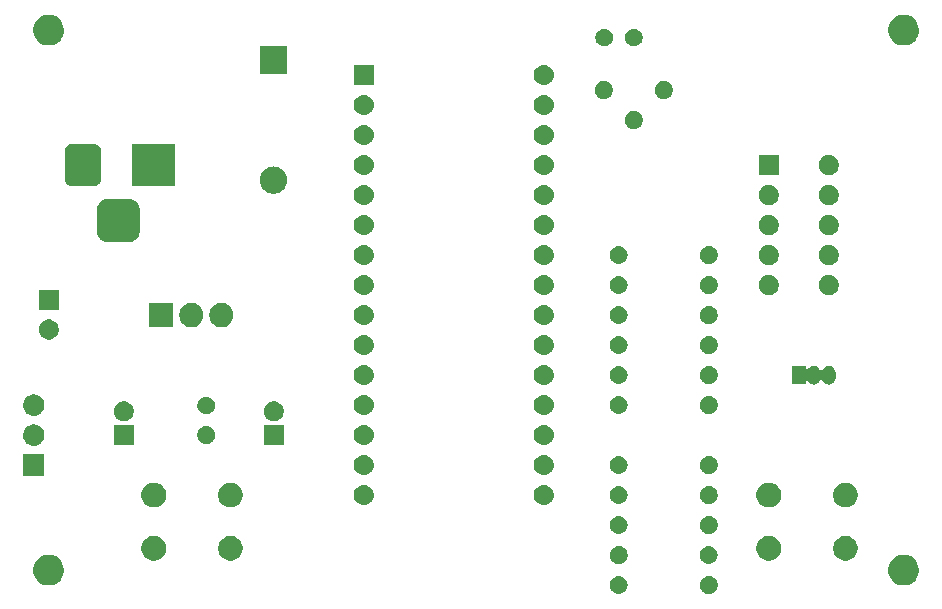
<source format=gts>
G04 #@! TF.GenerationSoftware,KiCad,Pcbnew,(5.0.1-3-g963ef8bb5)*
G04 #@! TF.CreationDate,2018-12-20T00:01:49+01:00*
G04 #@! TF.ProjectId,fablab_Arduino,6661626C61625F41726475696E6F2E6B,rev?*
G04 #@! TF.SameCoordinates,Original*
G04 #@! TF.FileFunction,Soldermask,Top*
G04 #@! TF.FilePolarity,Negative*
%FSLAX46Y46*%
G04 Gerber Fmt 4.6, Leading zero omitted, Abs format (unit mm)*
G04 Created by KiCad (PCBNEW (5.0.1-3-g963ef8bb5)) date 2018 December 20, Thursday 00:01:49*
%MOMM*%
%LPD*%
G01*
G04 APERTURE LIST*
%ADD10C,0.100000*%
G04 APERTURE END LIST*
D10*
G36*
X146178600Y-122449867D02*
X146269059Y-122467860D01*
X146405732Y-122524472D01*
X146462715Y-122562547D01*
X146528738Y-122606662D01*
X146633338Y-122711262D01*
X146633340Y-122711265D01*
X146715528Y-122834268D01*
X146772140Y-122970941D01*
X146801000Y-123116033D01*
X146801000Y-123263967D01*
X146772140Y-123409059D01*
X146715528Y-123545732D01*
X146634446Y-123667079D01*
X146633338Y-123668738D01*
X146528738Y-123773338D01*
X146528735Y-123773340D01*
X146405732Y-123855528D01*
X146269059Y-123912140D01*
X146182004Y-123929456D01*
X146123969Y-123941000D01*
X145976031Y-123941000D01*
X145917996Y-123929456D01*
X145830941Y-123912140D01*
X145694268Y-123855528D01*
X145571265Y-123773340D01*
X145571262Y-123773338D01*
X145466662Y-123668738D01*
X145465554Y-123667079D01*
X145384472Y-123545732D01*
X145327860Y-123409059D01*
X145299000Y-123263967D01*
X145299000Y-123116033D01*
X145327860Y-122970941D01*
X145384472Y-122834268D01*
X145466660Y-122711265D01*
X145466662Y-122711262D01*
X145571262Y-122606662D01*
X145637285Y-122562547D01*
X145694268Y-122524472D01*
X145830941Y-122467860D01*
X145921400Y-122449867D01*
X145976031Y-122439000D01*
X146123969Y-122439000D01*
X146178600Y-122449867D01*
X146178600Y-122449867D01*
G37*
G36*
X138503665Y-122442622D02*
X138577222Y-122449867D01*
X138718786Y-122492810D01*
X138849252Y-122562546D01*
X138963606Y-122656394D01*
X139057454Y-122770748D01*
X139127190Y-122901214D01*
X139170133Y-123042778D01*
X139184633Y-123190000D01*
X139170133Y-123337222D01*
X139127190Y-123478786D01*
X139057454Y-123609252D01*
X138963606Y-123723606D01*
X138849252Y-123817454D01*
X138718786Y-123887190D01*
X138577222Y-123930133D01*
X138503665Y-123937378D01*
X138466888Y-123941000D01*
X138393112Y-123941000D01*
X138356335Y-123937378D01*
X138282778Y-123930133D01*
X138141214Y-123887190D01*
X138010748Y-123817454D01*
X137896394Y-123723606D01*
X137802546Y-123609252D01*
X137732810Y-123478786D01*
X137689867Y-123337222D01*
X137675367Y-123190000D01*
X137689867Y-123042778D01*
X137732810Y-122901214D01*
X137802546Y-122770748D01*
X137896394Y-122656394D01*
X138010748Y-122562546D01*
X138141214Y-122492810D01*
X138282778Y-122449867D01*
X138356335Y-122442622D01*
X138393112Y-122439000D01*
X138466888Y-122439000D01*
X138503665Y-122442622D01*
X138503665Y-122442622D01*
G37*
G36*
X162939485Y-120668996D02*
X162939487Y-120668997D01*
X162939488Y-120668997D01*
X163176255Y-120767069D01*
X163389342Y-120909449D01*
X163570551Y-121090658D01*
X163712931Y-121303745D01*
X163811004Y-121540515D01*
X163861000Y-121791861D01*
X163861000Y-122048139D01*
X163811004Y-122299485D01*
X163712931Y-122536255D01*
X163570551Y-122749342D01*
X163389342Y-122930551D01*
X163389339Y-122930553D01*
X163176255Y-123072931D01*
X162939488Y-123171003D01*
X162939487Y-123171003D01*
X162939485Y-123171004D01*
X162688139Y-123221000D01*
X162431861Y-123221000D01*
X162180515Y-123171004D01*
X162180513Y-123171003D01*
X162180512Y-123171003D01*
X161943745Y-123072931D01*
X161730661Y-122930553D01*
X161730658Y-122930551D01*
X161549449Y-122749342D01*
X161407069Y-122536255D01*
X161308996Y-122299485D01*
X161259000Y-122048139D01*
X161259000Y-121791861D01*
X161308996Y-121540515D01*
X161407069Y-121303745D01*
X161549449Y-121090658D01*
X161730658Y-120909449D01*
X161943745Y-120767069D01*
X162180512Y-120668997D01*
X162180513Y-120668997D01*
X162180515Y-120668996D01*
X162431861Y-120619000D01*
X162688139Y-120619000D01*
X162939485Y-120668996D01*
X162939485Y-120668996D01*
G37*
G36*
X90549485Y-120668996D02*
X90549487Y-120668997D01*
X90549488Y-120668997D01*
X90786255Y-120767069D01*
X90999342Y-120909449D01*
X91180551Y-121090658D01*
X91322931Y-121303745D01*
X91421004Y-121540515D01*
X91471000Y-121791861D01*
X91471000Y-122048139D01*
X91421004Y-122299485D01*
X91322931Y-122536255D01*
X91180551Y-122749342D01*
X90999342Y-122930551D01*
X90999339Y-122930553D01*
X90786255Y-123072931D01*
X90549488Y-123171003D01*
X90549487Y-123171003D01*
X90549485Y-123171004D01*
X90298139Y-123221000D01*
X90041861Y-123221000D01*
X89790515Y-123171004D01*
X89790513Y-123171003D01*
X89790512Y-123171003D01*
X89553745Y-123072931D01*
X89340661Y-122930553D01*
X89340658Y-122930551D01*
X89159449Y-122749342D01*
X89017069Y-122536255D01*
X88918996Y-122299485D01*
X88869000Y-122048139D01*
X88869000Y-121791861D01*
X88918996Y-121540515D01*
X89017069Y-121303745D01*
X89159449Y-121090658D01*
X89340658Y-120909449D01*
X89553745Y-120767069D01*
X89790512Y-120668997D01*
X89790513Y-120668997D01*
X89790515Y-120668996D01*
X90041861Y-120619000D01*
X90298139Y-120619000D01*
X90549485Y-120668996D01*
X90549485Y-120668996D01*
G37*
G36*
X146123665Y-119902622D02*
X146197222Y-119909867D01*
X146338786Y-119952810D01*
X146469252Y-120022546D01*
X146583606Y-120116394D01*
X146677454Y-120230748D01*
X146747190Y-120361214D01*
X146790133Y-120502778D01*
X146804633Y-120650000D01*
X146790133Y-120797222D01*
X146747190Y-120938786D01*
X146677454Y-121069252D01*
X146583606Y-121183606D01*
X146469252Y-121277454D01*
X146338786Y-121347190D01*
X146197222Y-121390133D01*
X146123665Y-121397378D01*
X146086888Y-121401000D01*
X146013112Y-121401000D01*
X145976335Y-121397378D01*
X145902778Y-121390133D01*
X145761214Y-121347190D01*
X145630748Y-121277454D01*
X145516394Y-121183606D01*
X145422546Y-121069252D01*
X145352810Y-120938786D01*
X145309867Y-120797222D01*
X145295367Y-120650000D01*
X145309867Y-120502778D01*
X145352810Y-120361214D01*
X145422546Y-120230748D01*
X145516394Y-120116394D01*
X145630748Y-120022546D01*
X145761214Y-119952810D01*
X145902778Y-119909867D01*
X145976335Y-119902622D01*
X146013112Y-119899000D01*
X146086888Y-119899000D01*
X146123665Y-119902622D01*
X146123665Y-119902622D01*
G37*
G36*
X138558600Y-119909867D02*
X138649059Y-119927860D01*
X138785732Y-119984472D01*
X138842715Y-120022547D01*
X138908738Y-120066662D01*
X139013338Y-120171262D01*
X139013340Y-120171265D01*
X139095528Y-120294268D01*
X139152140Y-120430941D01*
X139166429Y-120502778D01*
X139181000Y-120576031D01*
X139181000Y-120723969D01*
X139177816Y-120739976D01*
X139152140Y-120869059D01*
X139095528Y-121005732D01*
X139045496Y-121080610D01*
X139013338Y-121128738D01*
X138908738Y-121233338D01*
X138908735Y-121233340D01*
X138785732Y-121315528D01*
X138649059Y-121372140D01*
X138562004Y-121389456D01*
X138503969Y-121401000D01*
X138356031Y-121401000D01*
X138297996Y-121389456D01*
X138210941Y-121372140D01*
X138074268Y-121315528D01*
X137951265Y-121233340D01*
X137951262Y-121233338D01*
X137846662Y-121128738D01*
X137814504Y-121080610D01*
X137764472Y-121005732D01*
X137707860Y-120869059D01*
X137682184Y-120739976D01*
X137679000Y-120723969D01*
X137679000Y-120576031D01*
X137693571Y-120502778D01*
X137707860Y-120430941D01*
X137764472Y-120294268D01*
X137846660Y-120171265D01*
X137846662Y-120171262D01*
X137951262Y-120066662D01*
X138017285Y-120022547D01*
X138074268Y-119984472D01*
X138210941Y-119927860D01*
X138301400Y-119909867D01*
X138356031Y-119899000D01*
X138503969Y-119899000D01*
X138558600Y-119909867D01*
X138558600Y-119909867D01*
G37*
G36*
X157936565Y-119059389D02*
X158127834Y-119138615D01*
X158299976Y-119253637D01*
X158446363Y-119400024D01*
X158561385Y-119572166D01*
X158640611Y-119763435D01*
X158681000Y-119966484D01*
X158681000Y-120173516D01*
X158640611Y-120376565D01*
X158561385Y-120567834D01*
X158446363Y-120739976D01*
X158299976Y-120886363D01*
X158127834Y-121001385D01*
X157936565Y-121080611D01*
X157733516Y-121121000D01*
X157526484Y-121121000D01*
X157323435Y-121080611D01*
X157132166Y-121001385D01*
X156960024Y-120886363D01*
X156813637Y-120739976D01*
X156698615Y-120567834D01*
X156619389Y-120376565D01*
X156579000Y-120173516D01*
X156579000Y-119966484D01*
X156619389Y-119763435D01*
X156698615Y-119572166D01*
X156813637Y-119400024D01*
X156960024Y-119253637D01*
X157132166Y-119138615D01*
X157323435Y-119059389D01*
X157526484Y-119019000D01*
X157733516Y-119019000D01*
X157936565Y-119059389D01*
X157936565Y-119059389D01*
G37*
G36*
X151436565Y-119059389D02*
X151627834Y-119138615D01*
X151799976Y-119253637D01*
X151946363Y-119400024D01*
X152061385Y-119572166D01*
X152140611Y-119763435D01*
X152181000Y-119966484D01*
X152181000Y-120173516D01*
X152140611Y-120376565D01*
X152061385Y-120567834D01*
X151946363Y-120739976D01*
X151799976Y-120886363D01*
X151627834Y-121001385D01*
X151436565Y-121080611D01*
X151233516Y-121121000D01*
X151026484Y-121121000D01*
X150823435Y-121080611D01*
X150632166Y-121001385D01*
X150460024Y-120886363D01*
X150313637Y-120739976D01*
X150198615Y-120567834D01*
X150119389Y-120376565D01*
X150079000Y-120173516D01*
X150079000Y-119966484D01*
X150119389Y-119763435D01*
X150198615Y-119572166D01*
X150313637Y-119400024D01*
X150460024Y-119253637D01*
X150632166Y-119138615D01*
X150823435Y-119059389D01*
X151026484Y-119019000D01*
X151233516Y-119019000D01*
X151436565Y-119059389D01*
X151436565Y-119059389D01*
G37*
G36*
X105866565Y-119059389D02*
X106057834Y-119138615D01*
X106229976Y-119253637D01*
X106376363Y-119400024D01*
X106491385Y-119572166D01*
X106570611Y-119763435D01*
X106611000Y-119966484D01*
X106611000Y-120173516D01*
X106570611Y-120376565D01*
X106491385Y-120567834D01*
X106376363Y-120739976D01*
X106229976Y-120886363D01*
X106057834Y-121001385D01*
X105866565Y-121080611D01*
X105663516Y-121121000D01*
X105456484Y-121121000D01*
X105253435Y-121080611D01*
X105062166Y-121001385D01*
X104890024Y-120886363D01*
X104743637Y-120739976D01*
X104628615Y-120567834D01*
X104549389Y-120376565D01*
X104509000Y-120173516D01*
X104509000Y-119966484D01*
X104549389Y-119763435D01*
X104628615Y-119572166D01*
X104743637Y-119400024D01*
X104890024Y-119253637D01*
X105062166Y-119138615D01*
X105253435Y-119059389D01*
X105456484Y-119019000D01*
X105663516Y-119019000D01*
X105866565Y-119059389D01*
X105866565Y-119059389D01*
G37*
G36*
X99366565Y-119059389D02*
X99557834Y-119138615D01*
X99729976Y-119253637D01*
X99876363Y-119400024D01*
X99991385Y-119572166D01*
X100070611Y-119763435D01*
X100111000Y-119966484D01*
X100111000Y-120173516D01*
X100070611Y-120376565D01*
X99991385Y-120567834D01*
X99876363Y-120739976D01*
X99729976Y-120886363D01*
X99557834Y-121001385D01*
X99366565Y-121080611D01*
X99163516Y-121121000D01*
X98956484Y-121121000D01*
X98753435Y-121080611D01*
X98562166Y-121001385D01*
X98390024Y-120886363D01*
X98243637Y-120739976D01*
X98128615Y-120567834D01*
X98049389Y-120376565D01*
X98009000Y-120173516D01*
X98009000Y-119966484D01*
X98049389Y-119763435D01*
X98128615Y-119572166D01*
X98243637Y-119400024D01*
X98390024Y-119253637D01*
X98562166Y-119138615D01*
X98753435Y-119059389D01*
X98956484Y-119019000D01*
X99163516Y-119019000D01*
X99366565Y-119059389D01*
X99366565Y-119059389D01*
G37*
G36*
X146178600Y-117369867D02*
X146269059Y-117387860D01*
X146405732Y-117444472D01*
X146462715Y-117482547D01*
X146528738Y-117526662D01*
X146633338Y-117631262D01*
X146633340Y-117631265D01*
X146715528Y-117754268D01*
X146772140Y-117890941D01*
X146801000Y-118036033D01*
X146801000Y-118183967D01*
X146772140Y-118329059D01*
X146715528Y-118465732D01*
X146634446Y-118587079D01*
X146633338Y-118588738D01*
X146528738Y-118693338D01*
X146528735Y-118693340D01*
X146405732Y-118775528D01*
X146269059Y-118832140D01*
X146182004Y-118849456D01*
X146123969Y-118861000D01*
X145976031Y-118861000D01*
X145917996Y-118849456D01*
X145830941Y-118832140D01*
X145694268Y-118775528D01*
X145571265Y-118693340D01*
X145571262Y-118693338D01*
X145466662Y-118588738D01*
X145465554Y-118587079D01*
X145384472Y-118465732D01*
X145327860Y-118329059D01*
X145299000Y-118183967D01*
X145299000Y-118036033D01*
X145327860Y-117890941D01*
X145384472Y-117754268D01*
X145466660Y-117631265D01*
X145466662Y-117631262D01*
X145571262Y-117526662D01*
X145637285Y-117482547D01*
X145694268Y-117444472D01*
X145830941Y-117387860D01*
X145921400Y-117369867D01*
X145976031Y-117359000D01*
X146123969Y-117359000D01*
X146178600Y-117369867D01*
X146178600Y-117369867D01*
G37*
G36*
X138503665Y-117362622D02*
X138577222Y-117369867D01*
X138718786Y-117412810D01*
X138849252Y-117482546D01*
X138963606Y-117576394D01*
X139057454Y-117690748D01*
X139127190Y-117821214D01*
X139170133Y-117962778D01*
X139184633Y-118110000D01*
X139170133Y-118257222D01*
X139127190Y-118398786D01*
X139057454Y-118529252D01*
X138963606Y-118643606D01*
X138849252Y-118737454D01*
X138718786Y-118807190D01*
X138577222Y-118850133D01*
X138503665Y-118857378D01*
X138466888Y-118861000D01*
X138393112Y-118861000D01*
X138356335Y-118857378D01*
X138282778Y-118850133D01*
X138141214Y-118807190D01*
X138010748Y-118737454D01*
X137896394Y-118643606D01*
X137802546Y-118529252D01*
X137732810Y-118398786D01*
X137689867Y-118257222D01*
X137675367Y-118110000D01*
X137689867Y-117962778D01*
X137732810Y-117821214D01*
X137802546Y-117690748D01*
X137896394Y-117576394D01*
X138010748Y-117482546D01*
X138141214Y-117412810D01*
X138282778Y-117369867D01*
X138356335Y-117362622D01*
X138393112Y-117359000D01*
X138466888Y-117359000D01*
X138503665Y-117362622D01*
X138503665Y-117362622D01*
G37*
G36*
X105866565Y-114559389D02*
X106057834Y-114638615D01*
X106229976Y-114753637D01*
X106376363Y-114900024D01*
X106491385Y-115072166D01*
X106570611Y-115263435D01*
X106611000Y-115466484D01*
X106611000Y-115673516D01*
X106570611Y-115876565D01*
X106491385Y-116067834D01*
X106376363Y-116239976D01*
X106229976Y-116386363D01*
X106057834Y-116501385D01*
X105866565Y-116580611D01*
X105663516Y-116621000D01*
X105456484Y-116621000D01*
X105253435Y-116580611D01*
X105062166Y-116501385D01*
X104890024Y-116386363D01*
X104743637Y-116239976D01*
X104628615Y-116067834D01*
X104549389Y-115876565D01*
X104509000Y-115673516D01*
X104509000Y-115466484D01*
X104549389Y-115263435D01*
X104628615Y-115072166D01*
X104743637Y-114900024D01*
X104890024Y-114753637D01*
X105062166Y-114638615D01*
X105253435Y-114559389D01*
X105456484Y-114519000D01*
X105663516Y-114519000D01*
X105866565Y-114559389D01*
X105866565Y-114559389D01*
G37*
G36*
X157936565Y-114559389D02*
X158127834Y-114638615D01*
X158299976Y-114753637D01*
X158446363Y-114900024D01*
X158561385Y-115072166D01*
X158640611Y-115263435D01*
X158681000Y-115466484D01*
X158681000Y-115673516D01*
X158640611Y-115876565D01*
X158561385Y-116067834D01*
X158446363Y-116239976D01*
X158299976Y-116386363D01*
X158127834Y-116501385D01*
X157936565Y-116580611D01*
X157733516Y-116621000D01*
X157526484Y-116621000D01*
X157323435Y-116580611D01*
X157132166Y-116501385D01*
X156960024Y-116386363D01*
X156813637Y-116239976D01*
X156698615Y-116067834D01*
X156619389Y-115876565D01*
X156579000Y-115673516D01*
X156579000Y-115466484D01*
X156619389Y-115263435D01*
X156698615Y-115072166D01*
X156813637Y-114900024D01*
X156960024Y-114753637D01*
X157132166Y-114638615D01*
X157323435Y-114559389D01*
X157526484Y-114519000D01*
X157733516Y-114519000D01*
X157936565Y-114559389D01*
X157936565Y-114559389D01*
G37*
G36*
X151436565Y-114559389D02*
X151627834Y-114638615D01*
X151799976Y-114753637D01*
X151946363Y-114900024D01*
X152061385Y-115072166D01*
X152140611Y-115263435D01*
X152181000Y-115466484D01*
X152181000Y-115673516D01*
X152140611Y-115876565D01*
X152061385Y-116067834D01*
X151946363Y-116239976D01*
X151799976Y-116386363D01*
X151627834Y-116501385D01*
X151436565Y-116580611D01*
X151233516Y-116621000D01*
X151026484Y-116621000D01*
X150823435Y-116580611D01*
X150632166Y-116501385D01*
X150460024Y-116386363D01*
X150313637Y-116239976D01*
X150198615Y-116067834D01*
X150119389Y-115876565D01*
X150079000Y-115673516D01*
X150079000Y-115466484D01*
X150119389Y-115263435D01*
X150198615Y-115072166D01*
X150313637Y-114900024D01*
X150460024Y-114753637D01*
X150632166Y-114638615D01*
X150823435Y-114559389D01*
X151026484Y-114519000D01*
X151233516Y-114519000D01*
X151436565Y-114559389D01*
X151436565Y-114559389D01*
G37*
G36*
X99366565Y-114559389D02*
X99557834Y-114638615D01*
X99729976Y-114753637D01*
X99876363Y-114900024D01*
X99991385Y-115072166D01*
X100070611Y-115263435D01*
X100111000Y-115466484D01*
X100111000Y-115673516D01*
X100070611Y-115876565D01*
X99991385Y-116067834D01*
X99876363Y-116239976D01*
X99729976Y-116386363D01*
X99557834Y-116501385D01*
X99366565Y-116580611D01*
X99163516Y-116621000D01*
X98956484Y-116621000D01*
X98753435Y-116580611D01*
X98562166Y-116501385D01*
X98390024Y-116386363D01*
X98243637Y-116239976D01*
X98128615Y-116067834D01*
X98049389Y-115876565D01*
X98009000Y-115673516D01*
X98009000Y-115466484D01*
X98049389Y-115263435D01*
X98128615Y-115072166D01*
X98243637Y-114900024D01*
X98390024Y-114753637D01*
X98562166Y-114638615D01*
X98753435Y-114559389D01*
X98956484Y-114519000D01*
X99163516Y-114519000D01*
X99366565Y-114559389D01*
X99366565Y-114559389D01*
G37*
G36*
X117006821Y-114731313D02*
X117006824Y-114731314D01*
X117006825Y-114731314D01*
X117167239Y-114779975D01*
X117167241Y-114779976D01*
X117167244Y-114779977D01*
X117315078Y-114858995D01*
X117444659Y-114965341D01*
X117551005Y-115094922D01*
X117630023Y-115242756D01*
X117630024Y-115242759D01*
X117630025Y-115242761D01*
X117662841Y-115350941D01*
X117678687Y-115403179D01*
X117695117Y-115570000D01*
X117678687Y-115736821D01*
X117678686Y-115736824D01*
X117678686Y-115736825D01*
X117641690Y-115858786D01*
X117630023Y-115897244D01*
X117551005Y-116045078D01*
X117444659Y-116174659D01*
X117315078Y-116281005D01*
X117167244Y-116360023D01*
X117167241Y-116360024D01*
X117167239Y-116360025D01*
X117006825Y-116408686D01*
X117006824Y-116408686D01*
X117006821Y-116408687D01*
X116881804Y-116421000D01*
X116798196Y-116421000D01*
X116673179Y-116408687D01*
X116673176Y-116408686D01*
X116673175Y-116408686D01*
X116512761Y-116360025D01*
X116512759Y-116360024D01*
X116512756Y-116360023D01*
X116364922Y-116281005D01*
X116235341Y-116174659D01*
X116128995Y-116045078D01*
X116049977Y-115897244D01*
X116038311Y-115858786D01*
X116001314Y-115736825D01*
X116001314Y-115736824D01*
X116001313Y-115736821D01*
X115984883Y-115570000D01*
X116001313Y-115403179D01*
X116017159Y-115350941D01*
X116049975Y-115242761D01*
X116049976Y-115242759D01*
X116049977Y-115242756D01*
X116128995Y-115094922D01*
X116235341Y-114965341D01*
X116364922Y-114858995D01*
X116512756Y-114779977D01*
X116512759Y-114779976D01*
X116512761Y-114779975D01*
X116673175Y-114731314D01*
X116673176Y-114731314D01*
X116673179Y-114731313D01*
X116798196Y-114719000D01*
X116881804Y-114719000D01*
X117006821Y-114731313D01*
X117006821Y-114731313D01*
G37*
G36*
X132246821Y-114731313D02*
X132246824Y-114731314D01*
X132246825Y-114731314D01*
X132407239Y-114779975D01*
X132407241Y-114779976D01*
X132407244Y-114779977D01*
X132555078Y-114858995D01*
X132684659Y-114965341D01*
X132791005Y-115094922D01*
X132870023Y-115242756D01*
X132870024Y-115242759D01*
X132870025Y-115242761D01*
X132902841Y-115350941D01*
X132918687Y-115403179D01*
X132935117Y-115570000D01*
X132918687Y-115736821D01*
X132918686Y-115736824D01*
X132918686Y-115736825D01*
X132881690Y-115858786D01*
X132870023Y-115897244D01*
X132791005Y-116045078D01*
X132684659Y-116174659D01*
X132555078Y-116281005D01*
X132407244Y-116360023D01*
X132407241Y-116360024D01*
X132407239Y-116360025D01*
X132246825Y-116408686D01*
X132246824Y-116408686D01*
X132246821Y-116408687D01*
X132121804Y-116421000D01*
X132038196Y-116421000D01*
X131913179Y-116408687D01*
X131913176Y-116408686D01*
X131913175Y-116408686D01*
X131752761Y-116360025D01*
X131752759Y-116360024D01*
X131752756Y-116360023D01*
X131604922Y-116281005D01*
X131475341Y-116174659D01*
X131368995Y-116045078D01*
X131289977Y-115897244D01*
X131278311Y-115858786D01*
X131241314Y-115736825D01*
X131241314Y-115736824D01*
X131241313Y-115736821D01*
X131224883Y-115570000D01*
X131241313Y-115403179D01*
X131257159Y-115350941D01*
X131289975Y-115242761D01*
X131289976Y-115242759D01*
X131289977Y-115242756D01*
X131368995Y-115094922D01*
X131475341Y-114965341D01*
X131604922Y-114858995D01*
X131752756Y-114779977D01*
X131752759Y-114779976D01*
X131752761Y-114779975D01*
X131913175Y-114731314D01*
X131913176Y-114731314D01*
X131913179Y-114731313D01*
X132038196Y-114719000D01*
X132121804Y-114719000D01*
X132246821Y-114731313D01*
X132246821Y-114731313D01*
G37*
G36*
X138503665Y-114822622D02*
X138577222Y-114829867D01*
X138718786Y-114872810D01*
X138849252Y-114942546D01*
X138963606Y-115036394D01*
X139057454Y-115150748D01*
X139127190Y-115281214D01*
X139170133Y-115422778D01*
X139184633Y-115570000D01*
X139170133Y-115717222D01*
X139127190Y-115858786D01*
X139057454Y-115989252D01*
X138963606Y-116103606D01*
X138849252Y-116197454D01*
X138718786Y-116267190D01*
X138577222Y-116310133D01*
X138503665Y-116317378D01*
X138466888Y-116321000D01*
X138393112Y-116321000D01*
X138356335Y-116317378D01*
X138282778Y-116310133D01*
X138141214Y-116267190D01*
X138010748Y-116197454D01*
X137896394Y-116103606D01*
X137802546Y-115989252D01*
X137732810Y-115858786D01*
X137689867Y-115717222D01*
X137675367Y-115570000D01*
X137689867Y-115422778D01*
X137732810Y-115281214D01*
X137802546Y-115150748D01*
X137896394Y-115036394D01*
X138010748Y-114942546D01*
X138141214Y-114872810D01*
X138282778Y-114829867D01*
X138356335Y-114822622D01*
X138393112Y-114819000D01*
X138466888Y-114819000D01*
X138503665Y-114822622D01*
X138503665Y-114822622D01*
G37*
G36*
X146178600Y-114829867D02*
X146269059Y-114847860D01*
X146405732Y-114904472D01*
X146462715Y-114942547D01*
X146528738Y-114986662D01*
X146633338Y-115091262D01*
X146633340Y-115091265D01*
X146715528Y-115214268D01*
X146772140Y-115350941D01*
X146786429Y-115422778D01*
X146801000Y-115496031D01*
X146801000Y-115643969D01*
X146789456Y-115702004D01*
X146772140Y-115789059D01*
X146715528Y-115925732D01*
X146635784Y-116045078D01*
X146633338Y-116048738D01*
X146528738Y-116153338D01*
X146528735Y-116153340D01*
X146405732Y-116235528D01*
X146269059Y-116292140D01*
X146182004Y-116309456D01*
X146123969Y-116321000D01*
X145976031Y-116321000D01*
X145917996Y-116309456D01*
X145830941Y-116292140D01*
X145694268Y-116235528D01*
X145571265Y-116153340D01*
X145571262Y-116153338D01*
X145466662Y-116048738D01*
X145464216Y-116045078D01*
X145384472Y-115925732D01*
X145327860Y-115789059D01*
X145310544Y-115702004D01*
X145299000Y-115643969D01*
X145299000Y-115496031D01*
X145313571Y-115422778D01*
X145327860Y-115350941D01*
X145384472Y-115214268D01*
X145466660Y-115091265D01*
X145466662Y-115091262D01*
X145571262Y-114986662D01*
X145637285Y-114942547D01*
X145694268Y-114904472D01*
X145830941Y-114847860D01*
X145921400Y-114829867D01*
X145976031Y-114819000D01*
X146123969Y-114819000D01*
X146178600Y-114829867D01*
X146178600Y-114829867D01*
G37*
G36*
X89801000Y-113931000D02*
X87999000Y-113931000D01*
X87999000Y-112129000D01*
X89801000Y-112129000D01*
X89801000Y-113931000D01*
X89801000Y-113931000D01*
G37*
G36*
X117006821Y-112191313D02*
X117006824Y-112191314D01*
X117006825Y-112191314D01*
X117167239Y-112239975D01*
X117167241Y-112239976D01*
X117167244Y-112239977D01*
X117315078Y-112318995D01*
X117444659Y-112425341D01*
X117551005Y-112554922D01*
X117630023Y-112702756D01*
X117630024Y-112702759D01*
X117630025Y-112702761D01*
X117662841Y-112810941D01*
X117678687Y-112863179D01*
X117695117Y-113030000D01*
X117678687Y-113196821D01*
X117678686Y-113196824D01*
X117678686Y-113196825D01*
X117641690Y-113318786D01*
X117630023Y-113357244D01*
X117551005Y-113505078D01*
X117444659Y-113634659D01*
X117315078Y-113741005D01*
X117167244Y-113820023D01*
X117167241Y-113820024D01*
X117167239Y-113820025D01*
X117006825Y-113868686D01*
X117006824Y-113868686D01*
X117006821Y-113868687D01*
X116881804Y-113881000D01*
X116798196Y-113881000D01*
X116673179Y-113868687D01*
X116673176Y-113868686D01*
X116673175Y-113868686D01*
X116512761Y-113820025D01*
X116512759Y-113820024D01*
X116512756Y-113820023D01*
X116364922Y-113741005D01*
X116235341Y-113634659D01*
X116128995Y-113505078D01*
X116049977Y-113357244D01*
X116038311Y-113318786D01*
X116001314Y-113196825D01*
X116001314Y-113196824D01*
X116001313Y-113196821D01*
X115984883Y-113030000D01*
X116001313Y-112863179D01*
X116017159Y-112810941D01*
X116049975Y-112702761D01*
X116049976Y-112702759D01*
X116049977Y-112702756D01*
X116128995Y-112554922D01*
X116235341Y-112425341D01*
X116364922Y-112318995D01*
X116512756Y-112239977D01*
X116512759Y-112239976D01*
X116512761Y-112239975D01*
X116673175Y-112191314D01*
X116673176Y-112191314D01*
X116673179Y-112191313D01*
X116798196Y-112179000D01*
X116881804Y-112179000D01*
X117006821Y-112191313D01*
X117006821Y-112191313D01*
G37*
G36*
X132246821Y-112191313D02*
X132246824Y-112191314D01*
X132246825Y-112191314D01*
X132407239Y-112239975D01*
X132407241Y-112239976D01*
X132407244Y-112239977D01*
X132555078Y-112318995D01*
X132684659Y-112425341D01*
X132791005Y-112554922D01*
X132870023Y-112702756D01*
X132870024Y-112702759D01*
X132870025Y-112702761D01*
X132902841Y-112810941D01*
X132918687Y-112863179D01*
X132935117Y-113030000D01*
X132918687Y-113196821D01*
X132918686Y-113196824D01*
X132918686Y-113196825D01*
X132881690Y-113318786D01*
X132870023Y-113357244D01*
X132791005Y-113505078D01*
X132684659Y-113634659D01*
X132555078Y-113741005D01*
X132407244Y-113820023D01*
X132407241Y-113820024D01*
X132407239Y-113820025D01*
X132246825Y-113868686D01*
X132246824Y-113868686D01*
X132246821Y-113868687D01*
X132121804Y-113881000D01*
X132038196Y-113881000D01*
X131913179Y-113868687D01*
X131913176Y-113868686D01*
X131913175Y-113868686D01*
X131752761Y-113820025D01*
X131752759Y-113820024D01*
X131752756Y-113820023D01*
X131604922Y-113741005D01*
X131475341Y-113634659D01*
X131368995Y-113505078D01*
X131289977Y-113357244D01*
X131278311Y-113318786D01*
X131241314Y-113196825D01*
X131241314Y-113196824D01*
X131241313Y-113196821D01*
X131224883Y-113030000D01*
X131241313Y-112863179D01*
X131257159Y-112810941D01*
X131289975Y-112702761D01*
X131289976Y-112702759D01*
X131289977Y-112702756D01*
X131368995Y-112554922D01*
X131475341Y-112425341D01*
X131604922Y-112318995D01*
X131752756Y-112239977D01*
X131752759Y-112239976D01*
X131752761Y-112239975D01*
X131913175Y-112191314D01*
X131913176Y-112191314D01*
X131913179Y-112191313D01*
X132038196Y-112179000D01*
X132121804Y-112179000D01*
X132246821Y-112191313D01*
X132246821Y-112191313D01*
G37*
G36*
X138503665Y-112282622D02*
X138577222Y-112289867D01*
X138718786Y-112332810D01*
X138849252Y-112402546D01*
X138963606Y-112496394D01*
X139057454Y-112610748D01*
X139127190Y-112741214D01*
X139170133Y-112882778D01*
X139184633Y-113030000D01*
X139170133Y-113177222D01*
X139127190Y-113318786D01*
X139057454Y-113449252D01*
X138963606Y-113563606D01*
X138849252Y-113657454D01*
X138718786Y-113727190D01*
X138577222Y-113770133D01*
X138503665Y-113777378D01*
X138466888Y-113781000D01*
X138393112Y-113781000D01*
X138356335Y-113777378D01*
X138282778Y-113770133D01*
X138141214Y-113727190D01*
X138010748Y-113657454D01*
X137896394Y-113563606D01*
X137802546Y-113449252D01*
X137732810Y-113318786D01*
X137689867Y-113177222D01*
X137675367Y-113030000D01*
X137689867Y-112882778D01*
X137732810Y-112741214D01*
X137802546Y-112610748D01*
X137896394Y-112496394D01*
X138010748Y-112402546D01*
X138141214Y-112332810D01*
X138282778Y-112289867D01*
X138356335Y-112282622D01*
X138393112Y-112279000D01*
X138466888Y-112279000D01*
X138503665Y-112282622D01*
X138503665Y-112282622D01*
G37*
G36*
X146178600Y-112289867D02*
X146269059Y-112307860D01*
X146405732Y-112364472D01*
X146462715Y-112402547D01*
X146528738Y-112446662D01*
X146633338Y-112551262D01*
X146633340Y-112551265D01*
X146715528Y-112674268D01*
X146772140Y-112810941D01*
X146801000Y-112956033D01*
X146801000Y-113103967D01*
X146772140Y-113249059D01*
X146715528Y-113385732D01*
X146635784Y-113505078D01*
X146633338Y-113508738D01*
X146528738Y-113613338D01*
X146528735Y-113613340D01*
X146405732Y-113695528D01*
X146269059Y-113752140D01*
X146182004Y-113769456D01*
X146123969Y-113781000D01*
X145976031Y-113781000D01*
X145917996Y-113769456D01*
X145830941Y-113752140D01*
X145694268Y-113695528D01*
X145571265Y-113613340D01*
X145571262Y-113613338D01*
X145466662Y-113508738D01*
X145464216Y-113505078D01*
X145384472Y-113385732D01*
X145327860Y-113249059D01*
X145299000Y-113103967D01*
X145299000Y-112956033D01*
X145327860Y-112810941D01*
X145384472Y-112674268D01*
X145466660Y-112551265D01*
X145466662Y-112551262D01*
X145571262Y-112446662D01*
X145637285Y-112402547D01*
X145694268Y-112364472D01*
X145830941Y-112307860D01*
X145921400Y-112289867D01*
X145976031Y-112279000D01*
X146123969Y-112279000D01*
X146178600Y-112289867D01*
X146178600Y-112289867D01*
G37*
G36*
X89010442Y-109595518D02*
X89076627Y-109602037D01*
X89189853Y-109636384D01*
X89246467Y-109653557D01*
X89333311Y-109699977D01*
X89402991Y-109737222D01*
X89405157Y-109739000D01*
X89540186Y-109849814D01*
X89623448Y-109951271D01*
X89652778Y-109987009D01*
X89652779Y-109987011D01*
X89736443Y-110143533D01*
X89753616Y-110200147D01*
X89787963Y-110313373D01*
X89805359Y-110490000D01*
X89787963Y-110666627D01*
X89775092Y-110709056D01*
X89736443Y-110836467D01*
X89731490Y-110845733D01*
X89652778Y-110992991D01*
X89623448Y-111028729D01*
X89540186Y-111130186D01*
X89440323Y-111212140D01*
X89402991Y-111242778D01*
X89402989Y-111242779D01*
X89246467Y-111326443D01*
X89239069Y-111328687D01*
X89076627Y-111377963D01*
X89010443Y-111384481D01*
X88944260Y-111391000D01*
X88855740Y-111391000D01*
X88789557Y-111384481D01*
X88723373Y-111377963D01*
X88560931Y-111328687D01*
X88553533Y-111326443D01*
X88397011Y-111242779D01*
X88397009Y-111242778D01*
X88359677Y-111212140D01*
X88259814Y-111130186D01*
X88176552Y-111028729D01*
X88147222Y-110992991D01*
X88068510Y-110845733D01*
X88063557Y-110836467D01*
X88024908Y-110709056D01*
X88012037Y-110666627D01*
X87994641Y-110490000D01*
X88012037Y-110313373D01*
X88046384Y-110200147D01*
X88063557Y-110143533D01*
X88147221Y-109987011D01*
X88147222Y-109987009D01*
X88176552Y-109951271D01*
X88259814Y-109849814D01*
X88394843Y-109739000D01*
X88397009Y-109737222D01*
X88466689Y-109699977D01*
X88553533Y-109653557D01*
X88610147Y-109636384D01*
X88723373Y-109602037D01*
X88789558Y-109595518D01*
X88855740Y-109589000D01*
X88944260Y-109589000D01*
X89010442Y-109595518D01*
X89010442Y-109595518D01*
G37*
G36*
X97371000Y-111341000D02*
X95669000Y-111341000D01*
X95669000Y-109639000D01*
X97371000Y-109639000D01*
X97371000Y-111341000D01*
X97371000Y-111341000D01*
G37*
G36*
X132246821Y-109651313D02*
X132246824Y-109651314D01*
X132246825Y-109651314D01*
X132407239Y-109699975D01*
X132407241Y-109699976D01*
X132407244Y-109699977D01*
X132555078Y-109778995D01*
X132684659Y-109885341D01*
X132791005Y-110014922D01*
X132870023Y-110162756D01*
X132870024Y-110162759D01*
X132870025Y-110162761D01*
X132915713Y-110313375D01*
X132918687Y-110323179D01*
X132935117Y-110490000D01*
X132918687Y-110656821D01*
X132918686Y-110656824D01*
X132918686Y-110656825D01*
X132915713Y-110666627D01*
X132870023Y-110817244D01*
X132791005Y-110965078D01*
X132684659Y-111094659D01*
X132555078Y-111201005D01*
X132407244Y-111280023D01*
X132407241Y-111280024D01*
X132407239Y-111280025D01*
X132246825Y-111328686D01*
X132246824Y-111328686D01*
X132246821Y-111328687D01*
X132121804Y-111341000D01*
X132038196Y-111341000D01*
X131913179Y-111328687D01*
X131913176Y-111328686D01*
X131913175Y-111328686D01*
X131752761Y-111280025D01*
X131752759Y-111280024D01*
X131752756Y-111280023D01*
X131604922Y-111201005D01*
X131475341Y-111094659D01*
X131368995Y-110965078D01*
X131289977Y-110817244D01*
X131244288Y-110666627D01*
X131241314Y-110656825D01*
X131241314Y-110656824D01*
X131241313Y-110656821D01*
X131224883Y-110490000D01*
X131241313Y-110323179D01*
X131244287Y-110313375D01*
X131289975Y-110162761D01*
X131289976Y-110162759D01*
X131289977Y-110162756D01*
X131368995Y-110014922D01*
X131475341Y-109885341D01*
X131604922Y-109778995D01*
X131752756Y-109699977D01*
X131752759Y-109699976D01*
X131752761Y-109699975D01*
X131913175Y-109651314D01*
X131913176Y-109651314D01*
X131913179Y-109651313D01*
X132038196Y-109639000D01*
X132121804Y-109639000D01*
X132246821Y-109651313D01*
X132246821Y-109651313D01*
G37*
G36*
X110071000Y-111341000D02*
X108369000Y-111341000D01*
X108369000Y-109639000D01*
X110071000Y-109639000D01*
X110071000Y-111341000D01*
X110071000Y-111341000D01*
G37*
G36*
X117006821Y-109651313D02*
X117006824Y-109651314D01*
X117006825Y-109651314D01*
X117167239Y-109699975D01*
X117167241Y-109699976D01*
X117167244Y-109699977D01*
X117315078Y-109778995D01*
X117444659Y-109885341D01*
X117551005Y-110014922D01*
X117630023Y-110162756D01*
X117630024Y-110162759D01*
X117630025Y-110162761D01*
X117675713Y-110313375D01*
X117678687Y-110323179D01*
X117695117Y-110490000D01*
X117678687Y-110656821D01*
X117678686Y-110656824D01*
X117678686Y-110656825D01*
X117675713Y-110666627D01*
X117630023Y-110817244D01*
X117551005Y-110965078D01*
X117444659Y-111094659D01*
X117315078Y-111201005D01*
X117167244Y-111280023D01*
X117167241Y-111280024D01*
X117167239Y-111280025D01*
X117006825Y-111328686D01*
X117006824Y-111328686D01*
X117006821Y-111328687D01*
X116881804Y-111341000D01*
X116798196Y-111341000D01*
X116673179Y-111328687D01*
X116673176Y-111328686D01*
X116673175Y-111328686D01*
X116512761Y-111280025D01*
X116512759Y-111280024D01*
X116512756Y-111280023D01*
X116364922Y-111201005D01*
X116235341Y-111094659D01*
X116128995Y-110965078D01*
X116049977Y-110817244D01*
X116004288Y-110666627D01*
X116001314Y-110656825D01*
X116001314Y-110656824D01*
X116001313Y-110656821D01*
X115984883Y-110490000D01*
X116001313Y-110323179D01*
X116004287Y-110313375D01*
X116049975Y-110162761D01*
X116049976Y-110162759D01*
X116049977Y-110162756D01*
X116128995Y-110014922D01*
X116235341Y-109885341D01*
X116364922Y-109778995D01*
X116512756Y-109699977D01*
X116512759Y-109699976D01*
X116512761Y-109699975D01*
X116673175Y-109651314D01*
X116673176Y-109651314D01*
X116673179Y-109651313D01*
X116798196Y-109639000D01*
X116881804Y-109639000D01*
X117006821Y-109651313D01*
X117006821Y-109651313D01*
G37*
G36*
X103637004Y-109750544D02*
X103724059Y-109767860D01*
X103860732Y-109824472D01*
X103860733Y-109824473D01*
X103983738Y-109906662D01*
X104088338Y-110011262D01*
X104088340Y-110011265D01*
X104170528Y-110134268D01*
X104227140Y-110270941D01*
X104256000Y-110416033D01*
X104256000Y-110563967D01*
X104227140Y-110709059D01*
X104170528Y-110845732D01*
X104170527Y-110845733D01*
X104088338Y-110968738D01*
X103983738Y-111073338D01*
X103983735Y-111073340D01*
X103860732Y-111155528D01*
X103724059Y-111212140D01*
X103637004Y-111229456D01*
X103578969Y-111241000D01*
X103431031Y-111241000D01*
X103372996Y-111229456D01*
X103285941Y-111212140D01*
X103149268Y-111155528D01*
X103026265Y-111073340D01*
X103026262Y-111073338D01*
X102921662Y-110968738D01*
X102839473Y-110845733D01*
X102839472Y-110845732D01*
X102782860Y-110709059D01*
X102754000Y-110563967D01*
X102754000Y-110416033D01*
X102782860Y-110270941D01*
X102839472Y-110134268D01*
X102921660Y-110011265D01*
X102921662Y-110011262D01*
X103026262Y-109906662D01*
X103149267Y-109824473D01*
X103149268Y-109824472D01*
X103285941Y-109767860D01*
X103372996Y-109750544D01*
X103431031Y-109739000D01*
X103578969Y-109739000D01*
X103637004Y-109750544D01*
X103637004Y-109750544D01*
G37*
G36*
X96768228Y-107671703D02*
X96923100Y-107735853D01*
X97062481Y-107828985D01*
X97181015Y-107947519D01*
X97274147Y-108086900D01*
X97338297Y-108241772D01*
X97371000Y-108406184D01*
X97371000Y-108573816D01*
X97338297Y-108738228D01*
X97274147Y-108893100D01*
X97181015Y-109032481D01*
X97062481Y-109151015D01*
X96923100Y-109244147D01*
X96768228Y-109308297D01*
X96603816Y-109341000D01*
X96436184Y-109341000D01*
X96271772Y-109308297D01*
X96116900Y-109244147D01*
X95977519Y-109151015D01*
X95858985Y-109032481D01*
X95765853Y-108893100D01*
X95701703Y-108738228D01*
X95669000Y-108573816D01*
X95669000Y-108406184D01*
X95701703Y-108241772D01*
X95765853Y-108086900D01*
X95858985Y-107947519D01*
X95977519Y-107828985D01*
X96116900Y-107735853D01*
X96271772Y-107671703D01*
X96436184Y-107639000D01*
X96603816Y-107639000D01*
X96768228Y-107671703D01*
X96768228Y-107671703D01*
G37*
G36*
X109468228Y-107671703D02*
X109623100Y-107735853D01*
X109762481Y-107828985D01*
X109881015Y-107947519D01*
X109974147Y-108086900D01*
X110038297Y-108241772D01*
X110071000Y-108406184D01*
X110071000Y-108573816D01*
X110038297Y-108738228D01*
X109974147Y-108893100D01*
X109881015Y-109032481D01*
X109762481Y-109151015D01*
X109623100Y-109244147D01*
X109468228Y-109308297D01*
X109303816Y-109341000D01*
X109136184Y-109341000D01*
X108971772Y-109308297D01*
X108816900Y-109244147D01*
X108677519Y-109151015D01*
X108558985Y-109032481D01*
X108465853Y-108893100D01*
X108401703Y-108738228D01*
X108369000Y-108573816D01*
X108369000Y-108406184D01*
X108401703Y-108241772D01*
X108465853Y-108086900D01*
X108558985Y-107947519D01*
X108677519Y-107828985D01*
X108816900Y-107735853D01*
X108971772Y-107671703D01*
X109136184Y-107639000D01*
X109303816Y-107639000D01*
X109468228Y-107671703D01*
X109468228Y-107671703D01*
G37*
G36*
X89010442Y-107055518D02*
X89076627Y-107062037D01*
X89189853Y-107096384D01*
X89246467Y-107113557D01*
X89333311Y-107159977D01*
X89402991Y-107197222D01*
X89438729Y-107226552D01*
X89540186Y-107309814D01*
X89619664Y-107406660D01*
X89652778Y-107447009D01*
X89652779Y-107447011D01*
X89736443Y-107603533D01*
X89753616Y-107660147D01*
X89787963Y-107773373D01*
X89805359Y-107950000D01*
X89787963Y-108126627D01*
X89753940Y-108238786D01*
X89736443Y-108296467D01*
X89731490Y-108305733D01*
X89652778Y-108452991D01*
X89627653Y-108483606D01*
X89540186Y-108590186D01*
X89440323Y-108672140D01*
X89402991Y-108702778D01*
X89402989Y-108702779D01*
X89246467Y-108786443D01*
X89239069Y-108788687D01*
X89076627Y-108837963D01*
X89010442Y-108844482D01*
X88944260Y-108851000D01*
X88855740Y-108851000D01*
X88789558Y-108844482D01*
X88723373Y-108837963D01*
X88560931Y-108788687D01*
X88553533Y-108786443D01*
X88397011Y-108702779D01*
X88397009Y-108702778D01*
X88359677Y-108672140D01*
X88259814Y-108590186D01*
X88172347Y-108483606D01*
X88147222Y-108452991D01*
X88068510Y-108305733D01*
X88063557Y-108296467D01*
X88046060Y-108238786D01*
X88012037Y-108126627D01*
X87994641Y-107950000D01*
X88012037Y-107773373D01*
X88046384Y-107660147D01*
X88063557Y-107603533D01*
X88147221Y-107447011D01*
X88147222Y-107447009D01*
X88180336Y-107406660D01*
X88259814Y-107309814D01*
X88361271Y-107226552D01*
X88397009Y-107197222D01*
X88466689Y-107159977D01*
X88553533Y-107113557D01*
X88610147Y-107096384D01*
X88723373Y-107062037D01*
X88789558Y-107055518D01*
X88855740Y-107049000D01*
X88944260Y-107049000D01*
X89010442Y-107055518D01*
X89010442Y-107055518D01*
G37*
G36*
X117006821Y-107111313D02*
X117006824Y-107111314D01*
X117006825Y-107111314D01*
X117167239Y-107159975D01*
X117167241Y-107159976D01*
X117167244Y-107159977D01*
X117315078Y-107238995D01*
X117444659Y-107345341D01*
X117551005Y-107474922D01*
X117630023Y-107622756D01*
X117630024Y-107622759D01*
X117630025Y-107622761D01*
X117675713Y-107773375D01*
X117678687Y-107783179D01*
X117695117Y-107950000D01*
X117678687Y-108116821D01*
X117678686Y-108116824D01*
X117678686Y-108116825D01*
X117640784Y-108241772D01*
X117630023Y-108277244D01*
X117551005Y-108425078D01*
X117444659Y-108554659D01*
X117315078Y-108661005D01*
X117167244Y-108740023D01*
X117167241Y-108740024D01*
X117167239Y-108740025D01*
X117006825Y-108788686D01*
X117006824Y-108788686D01*
X117006821Y-108788687D01*
X116881804Y-108801000D01*
X116798196Y-108801000D01*
X116673179Y-108788687D01*
X116673176Y-108788686D01*
X116673175Y-108788686D01*
X116512761Y-108740025D01*
X116512759Y-108740024D01*
X116512756Y-108740023D01*
X116364922Y-108661005D01*
X116235341Y-108554659D01*
X116128995Y-108425078D01*
X116049977Y-108277244D01*
X116039217Y-108241772D01*
X116001314Y-108116825D01*
X116001314Y-108116824D01*
X116001313Y-108116821D01*
X115984883Y-107950000D01*
X116001313Y-107783179D01*
X116004287Y-107773375D01*
X116049975Y-107622761D01*
X116049976Y-107622759D01*
X116049977Y-107622756D01*
X116128995Y-107474922D01*
X116235341Y-107345341D01*
X116364922Y-107238995D01*
X116512756Y-107159977D01*
X116512759Y-107159976D01*
X116512761Y-107159975D01*
X116673175Y-107111314D01*
X116673176Y-107111314D01*
X116673179Y-107111313D01*
X116798196Y-107099000D01*
X116881804Y-107099000D01*
X117006821Y-107111313D01*
X117006821Y-107111313D01*
G37*
G36*
X132246821Y-107111313D02*
X132246824Y-107111314D01*
X132246825Y-107111314D01*
X132407239Y-107159975D01*
X132407241Y-107159976D01*
X132407244Y-107159977D01*
X132555078Y-107238995D01*
X132684659Y-107345341D01*
X132791005Y-107474922D01*
X132870023Y-107622756D01*
X132870024Y-107622759D01*
X132870025Y-107622761D01*
X132915713Y-107773375D01*
X132918687Y-107783179D01*
X132935117Y-107950000D01*
X132918687Y-108116821D01*
X132918686Y-108116824D01*
X132918686Y-108116825D01*
X132880784Y-108241772D01*
X132870023Y-108277244D01*
X132791005Y-108425078D01*
X132684659Y-108554659D01*
X132555078Y-108661005D01*
X132407244Y-108740023D01*
X132407241Y-108740024D01*
X132407239Y-108740025D01*
X132246825Y-108788686D01*
X132246824Y-108788686D01*
X132246821Y-108788687D01*
X132121804Y-108801000D01*
X132038196Y-108801000D01*
X131913179Y-108788687D01*
X131913176Y-108788686D01*
X131913175Y-108788686D01*
X131752761Y-108740025D01*
X131752759Y-108740024D01*
X131752756Y-108740023D01*
X131604922Y-108661005D01*
X131475341Y-108554659D01*
X131368995Y-108425078D01*
X131289977Y-108277244D01*
X131279217Y-108241772D01*
X131241314Y-108116825D01*
X131241314Y-108116824D01*
X131241313Y-108116821D01*
X131224883Y-107950000D01*
X131241313Y-107783179D01*
X131244287Y-107773375D01*
X131289975Y-107622761D01*
X131289976Y-107622759D01*
X131289977Y-107622756D01*
X131368995Y-107474922D01*
X131475341Y-107345341D01*
X131604922Y-107238995D01*
X131752756Y-107159977D01*
X131752759Y-107159976D01*
X131752761Y-107159975D01*
X131913175Y-107111314D01*
X131913176Y-107111314D01*
X131913179Y-107111313D01*
X132038196Y-107099000D01*
X132121804Y-107099000D01*
X132246821Y-107111313D01*
X132246821Y-107111313D01*
G37*
G36*
X103637004Y-107250544D02*
X103724059Y-107267860D01*
X103860732Y-107324472D01*
X103923871Y-107366660D01*
X103983738Y-107406662D01*
X104088338Y-107511262D01*
X104088340Y-107511265D01*
X104170528Y-107634268D01*
X104227140Y-107770941D01*
X104244456Y-107857996D01*
X104256000Y-107916031D01*
X104256000Y-108063969D01*
X104249386Y-108097220D01*
X104227140Y-108209059D01*
X104170528Y-108345732D01*
X104130135Y-108406184D01*
X104088338Y-108468738D01*
X103983738Y-108573338D01*
X103983735Y-108573340D01*
X103860732Y-108655528D01*
X103724059Y-108712140D01*
X103637004Y-108729456D01*
X103578969Y-108741000D01*
X103431031Y-108741000D01*
X103372996Y-108729456D01*
X103285941Y-108712140D01*
X103149268Y-108655528D01*
X103026265Y-108573340D01*
X103026262Y-108573338D01*
X102921662Y-108468738D01*
X102879865Y-108406184D01*
X102839472Y-108345732D01*
X102782860Y-108209059D01*
X102760614Y-108097220D01*
X102754000Y-108063969D01*
X102754000Y-107916031D01*
X102765544Y-107857996D01*
X102782860Y-107770941D01*
X102839472Y-107634268D01*
X102921660Y-107511265D01*
X102921662Y-107511262D01*
X103026262Y-107406662D01*
X103086129Y-107366660D01*
X103149268Y-107324472D01*
X103285941Y-107267860D01*
X103372996Y-107250544D01*
X103431031Y-107239000D01*
X103578969Y-107239000D01*
X103637004Y-107250544D01*
X103637004Y-107250544D01*
G37*
G36*
X146178600Y-107209867D02*
X146269059Y-107227860D01*
X146405732Y-107284472D01*
X146496829Y-107345341D01*
X146528738Y-107366662D01*
X146633338Y-107471262D01*
X146633340Y-107471265D01*
X146715528Y-107594268D01*
X146772140Y-107730941D01*
X146801000Y-107876033D01*
X146801000Y-108023967D01*
X146772140Y-108169059D01*
X146715528Y-108305732D01*
X146648408Y-108406184D01*
X146633338Y-108428738D01*
X146528738Y-108533338D01*
X146528735Y-108533340D01*
X146405732Y-108615528D01*
X146269059Y-108672140D01*
X146182004Y-108689456D01*
X146123969Y-108701000D01*
X145976031Y-108701000D01*
X145917996Y-108689456D01*
X145830941Y-108672140D01*
X145694268Y-108615528D01*
X145571265Y-108533340D01*
X145571262Y-108533338D01*
X145466662Y-108428738D01*
X145451592Y-108406184D01*
X145384472Y-108305732D01*
X145327860Y-108169059D01*
X145299000Y-108023967D01*
X145299000Y-107876033D01*
X145327860Y-107730941D01*
X145384472Y-107594268D01*
X145466660Y-107471265D01*
X145466662Y-107471262D01*
X145571262Y-107366662D01*
X145603171Y-107345341D01*
X145694268Y-107284472D01*
X145830941Y-107227860D01*
X145921400Y-107209867D01*
X145976031Y-107199000D01*
X146123969Y-107199000D01*
X146178600Y-107209867D01*
X146178600Y-107209867D01*
G37*
G36*
X138503665Y-107202622D02*
X138577222Y-107209867D01*
X138718786Y-107252810D01*
X138849252Y-107322546D01*
X138963606Y-107416394D01*
X139057454Y-107530748D01*
X139127190Y-107661214D01*
X139170133Y-107802778D01*
X139184633Y-107950000D01*
X139170133Y-108097222D01*
X139127190Y-108238786D01*
X139057454Y-108369252D01*
X138963606Y-108483606D01*
X138849252Y-108577454D01*
X138718786Y-108647190D01*
X138577222Y-108690133D01*
X138503665Y-108697378D01*
X138466888Y-108701000D01*
X138393112Y-108701000D01*
X138356335Y-108697378D01*
X138282778Y-108690133D01*
X138141214Y-108647190D01*
X138010748Y-108577454D01*
X137896394Y-108483606D01*
X137802546Y-108369252D01*
X137732810Y-108238786D01*
X137689867Y-108097222D01*
X137675367Y-107950000D01*
X137689867Y-107802778D01*
X137732810Y-107661214D01*
X137802546Y-107530748D01*
X137896394Y-107416394D01*
X138010748Y-107322546D01*
X138141214Y-107252810D01*
X138282778Y-107209867D01*
X138356335Y-107202622D01*
X138393112Y-107199000D01*
X138466888Y-107199000D01*
X138503665Y-107202622D01*
X138503665Y-107202622D01*
G37*
G36*
X132246821Y-104571313D02*
X132246824Y-104571314D01*
X132246825Y-104571314D01*
X132407239Y-104619975D01*
X132407241Y-104619976D01*
X132407244Y-104619977D01*
X132555078Y-104698995D01*
X132684659Y-104805341D01*
X132791005Y-104934922D01*
X132870023Y-105082756D01*
X132870024Y-105082759D01*
X132870025Y-105082761D01*
X132892455Y-105156703D01*
X132918687Y-105243179D01*
X132935117Y-105410000D01*
X132918687Y-105576821D01*
X132918686Y-105576824D01*
X132918686Y-105576825D01*
X132881690Y-105698786D01*
X132870023Y-105737244D01*
X132791005Y-105885078D01*
X132684659Y-106014659D01*
X132555078Y-106121005D01*
X132407244Y-106200023D01*
X132407241Y-106200024D01*
X132407239Y-106200025D01*
X132246825Y-106248686D01*
X132246824Y-106248686D01*
X132246821Y-106248687D01*
X132121804Y-106261000D01*
X132038196Y-106261000D01*
X131913179Y-106248687D01*
X131913176Y-106248686D01*
X131913175Y-106248686D01*
X131752761Y-106200025D01*
X131752759Y-106200024D01*
X131752756Y-106200023D01*
X131604922Y-106121005D01*
X131475341Y-106014659D01*
X131368995Y-105885078D01*
X131289977Y-105737244D01*
X131278311Y-105698786D01*
X131241314Y-105576825D01*
X131241314Y-105576824D01*
X131241313Y-105576821D01*
X131224883Y-105410000D01*
X131241313Y-105243179D01*
X131267545Y-105156703D01*
X131289975Y-105082761D01*
X131289976Y-105082759D01*
X131289977Y-105082756D01*
X131368995Y-104934922D01*
X131475341Y-104805341D01*
X131604922Y-104698995D01*
X131752756Y-104619977D01*
X131752759Y-104619976D01*
X131752761Y-104619975D01*
X131913175Y-104571314D01*
X131913176Y-104571314D01*
X131913179Y-104571313D01*
X132038196Y-104559000D01*
X132121804Y-104559000D01*
X132246821Y-104571313D01*
X132246821Y-104571313D01*
G37*
G36*
X117006821Y-104571313D02*
X117006824Y-104571314D01*
X117006825Y-104571314D01*
X117167239Y-104619975D01*
X117167241Y-104619976D01*
X117167244Y-104619977D01*
X117315078Y-104698995D01*
X117444659Y-104805341D01*
X117551005Y-104934922D01*
X117630023Y-105082756D01*
X117630024Y-105082759D01*
X117630025Y-105082761D01*
X117652455Y-105156703D01*
X117678687Y-105243179D01*
X117695117Y-105410000D01*
X117678687Y-105576821D01*
X117678686Y-105576824D01*
X117678686Y-105576825D01*
X117641690Y-105698786D01*
X117630023Y-105737244D01*
X117551005Y-105885078D01*
X117444659Y-106014659D01*
X117315078Y-106121005D01*
X117167244Y-106200023D01*
X117167241Y-106200024D01*
X117167239Y-106200025D01*
X117006825Y-106248686D01*
X117006824Y-106248686D01*
X117006821Y-106248687D01*
X116881804Y-106261000D01*
X116798196Y-106261000D01*
X116673179Y-106248687D01*
X116673176Y-106248686D01*
X116673175Y-106248686D01*
X116512761Y-106200025D01*
X116512759Y-106200024D01*
X116512756Y-106200023D01*
X116364922Y-106121005D01*
X116235341Y-106014659D01*
X116128995Y-105885078D01*
X116049977Y-105737244D01*
X116038311Y-105698786D01*
X116001314Y-105576825D01*
X116001314Y-105576824D01*
X116001313Y-105576821D01*
X115984883Y-105410000D01*
X116001313Y-105243179D01*
X116027545Y-105156703D01*
X116049975Y-105082761D01*
X116049976Y-105082759D01*
X116049977Y-105082756D01*
X116128995Y-104934922D01*
X116235341Y-104805341D01*
X116364922Y-104698995D01*
X116512756Y-104619977D01*
X116512759Y-104619976D01*
X116512761Y-104619975D01*
X116673175Y-104571314D01*
X116673176Y-104571314D01*
X116673179Y-104571313D01*
X116798196Y-104559000D01*
X116881804Y-104559000D01*
X117006821Y-104571313D01*
X117006821Y-104571313D01*
G37*
G36*
X156322915Y-104617334D02*
X156431491Y-104650271D01*
X156531556Y-104703756D01*
X156619264Y-104775736D01*
X156691244Y-104863443D01*
X156744729Y-104963508D01*
X156777666Y-105072084D01*
X156786000Y-105156702D01*
X156786000Y-105663297D01*
X156777666Y-105747916D01*
X156744729Y-105856492D01*
X156691244Y-105956557D01*
X156619264Y-106044264D01*
X156531557Y-106116244D01*
X156431492Y-106169729D01*
X156322916Y-106202666D01*
X156210000Y-106213787D01*
X156097085Y-106202666D01*
X155988509Y-106169729D01*
X155888444Y-106116244D01*
X155838832Y-106075528D01*
X155800739Y-106044266D01*
X155795148Y-106037454D01*
X155728757Y-105956557D01*
X155721835Y-105943606D01*
X155685240Y-105875143D01*
X155671627Y-105854768D01*
X155654299Y-105837441D01*
X155633925Y-105823827D01*
X155611286Y-105814450D01*
X155587253Y-105809669D01*
X155562748Y-105809669D01*
X155538715Y-105814449D01*
X155516076Y-105823827D01*
X155495701Y-105837440D01*
X155478374Y-105854768D01*
X155464760Y-105875143D01*
X155421244Y-105956557D01*
X155349264Y-106044264D01*
X155261557Y-106116244D01*
X155161492Y-106169729D01*
X155052916Y-106202666D01*
X154940000Y-106213787D01*
X154827085Y-106202666D01*
X154718509Y-106169729D01*
X154618444Y-106116244D01*
X154530737Y-106044264D01*
X154525147Y-106037453D01*
X154467626Y-105967364D01*
X154450299Y-105950036D01*
X154429924Y-105936423D01*
X154407285Y-105927045D01*
X154383252Y-105922265D01*
X154358748Y-105922265D01*
X154334714Y-105927046D01*
X154312075Y-105936423D01*
X154291701Y-105950037D01*
X154274373Y-105967364D01*
X154260760Y-105987739D01*
X154251382Y-106010378D01*
X154246000Y-106046663D01*
X154246000Y-106211000D01*
X153094000Y-106211000D01*
X153094000Y-104609000D01*
X154246000Y-104609000D01*
X154246000Y-104773337D01*
X154248402Y-104797723D01*
X154255515Y-104821172D01*
X154267066Y-104842783D01*
X154282612Y-104861725D01*
X154301554Y-104877271D01*
X154323165Y-104888822D01*
X154346614Y-104895935D01*
X154371000Y-104898337D01*
X154395386Y-104895935D01*
X154418835Y-104888822D01*
X154440446Y-104877271D01*
X154467626Y-104852636D01*
X154512692Y-104797723D01*
X154530736Y-104775736D01*
X154618443Y-104703756D01*
X154718508Y-104650271D01*
X154827084Y-104617334D01*
X154940000Y-104606213D01*
X155052915Y-104617334D01*
X155161491Y-104650271D01*
X155261556Y-104703756D01*
X155349264Y-104775736D01*
X155421244Y-104863443D01*
X155464767Y-104944869D01*
X155478373Y-104965232D01*
X155495700Y-104982560D01*
X155516075Y-104996174D01*
X155538713Y-105005551D01*
X155562747Y-105010332D01*
X155587251Y-105010332D01*
X155611285Y-105005552D01*
X155633924Y-104996175D01*
X155654298Y-104982561D01*
X155671626Y-104965234D01*
X155685240Y-104944858D01*
X155728756Y-104863444D01*
X155782692Y-104797723D01*
X155800736Y-104775736D01*
X155888443Y-104703756D01*
X155988508Y-104650271D01*
X156097084Y-104617334D01*
X156210000Y-104606213D01*
X156322915Y-104617334D01*
X156322915Y-104617334D01*
G37*
G36*
X146178600Y-104669867D02*
X146269059Y-104687860D01*
X146405732Y-104744472D01*
X146462715Y-104782547D01*
X146528738Y-104826662D01*
X146633338Y-104931262D01*
X146633340Y-104931265D01*
X146715528Y-105054268D01*
X146772140Y-105190941D01*
X146801000Y-105336033D01*
X146801000Y-105483967D01*
X146772140Y-105629059D01*
X146715528Y-105765732D01*
X146656036Y-105854768D01*
X146633338Y-105888738D01*
X146528738Y-105993338D01*
X146528735Y-105993340D01*
X146405732Y-106075528D01*
X146269059Y-106132140D01*
X146182004Y-106149456D01*
X146123969Y-106161000D01*
X145976031Y-106161000D01*
X145917996Y-106149456D01*
X145830941Y-106132140D01*
X145694268Y-106075528D01*
X145571265Y-105993340D01*
X145571262Y-105993338D01*
X145466662Y-105888738D01*
X145443964Y-105854768D01*
X145384472Y-105765732D01*
X145327860Y-105629059D01*
X145299000Y-105483967D01*
X145299000Y-105336033D01*
X145327860Y-105190941D01*
X145384472Y-105054268D01*
X145466660Y-104931265D01*
X145466662Y-104931262D01*
X145571262Y-104826662D01*
X145637285Y-104782547D01*
X145694268Y-104744472D01*
X145830941Y-104687860D01*
X145921400Y-104669867D01*
X145976031Y-104659000D01*
X146123969Y-104659000D01*
X146178600Y-104669867D01*
X146178600Y-104669867D01*
G37*
G36*
X138503665Y-104662622D02*
X138577222Y-104669867D01*
X138718786Y-104712810D01*
X138849252Y-104782546D01*
X138963606Y-104876394D01*
X139057454Y-104990748D01*
X139127190Y-105121214D01*
X139170133Y-105262778D01*
X139184633Y-105410000D01*
X139170133Y-105557222D01*
X139127190Y-105698786D01*
X139057454Y-105829252D01*
X138963606Y-105943606D01*
X138849252Y-106037454D01*
X138718786Y-106107190D01*
X138577222Y-106150133D01*
X138503665Y-106157378D01*
X138466888Y-106161000D01*
X138393112Y-106161000D01*
X138356335Y-106157378D01*
X138282778Y-106150133D01*
X138141214Y-106107190D01*
X138010748Y-106037454D01*
X137896394Y-105943606D01*
X137802546Y-105829252D01*
X137732810Y-105698786D01*
X137689867Y-105557222D01*
X137675367Y-105410000D01*
X137689867Y-105262778D01*
X137732810Y-105121214D01*
X137802546Y-104990748D01*
X137896394Y-104876394D01*
X138010748Y-104782546D01*
X138141214Y-104712810D01*
X138282778Y-104669867D01*
X138356335Y-104662622D01*
X138393112Y-104659000D01*
X138466888Y-104659000D01*
X138503665Y-104662622D01*
X138503665Y-104662622D01*
G37*
G36*
X132246821Y-102031313D02*
X132246824Y-102031314D01*
X132246825Y-102031314D01*
X132407239Y-102079975D01*
X132407241Y-102079976D01*
X132407244Y-102079977D01*
X132555078Y-102158995D01*
X132684659Y-102265341D01*
X132791005Y-102394922D01*
X132870023Y-102542756D01*
X132870024Y-102542759D01*
X132870025Y-102542761D01*
X132902841Y-102650941D01*
X132918687Y-102703179D01*
X132935117Y-102870000D01*
X132918687Y-103036821D01*
X132918686Y-103036824D01*
X132918686Y-103036825D01*
X132881690Y-103158786D01*
X132870023Y-103197244D01*
X132791005Y-103345078D01*
X132684659Y-103474659D01*
X132555078Y-103581005D01*
X132407244Y-103660023D01*
X132407241Y-103660024D01*
X132407239Y-103660025D01*
X132246825Y-103708686D01*
X132246824Y-103708686D01*
X132246821Y-103708687D01*
X132121804Y-103721000D01*
X132038196Y-103721000D01*
X131913179Y-103708687D01*
X131913176Y-103708686D01*
X131913175Y-103708686D01*
X131752761Y-103660025D01*
X131752759Y-103660024D01*
X131752756Y-103660023D01*
X131604922Y-103581005D01*
X131475341Y-103474659D01*
X131368995Y-103345078D01*
X131289977Y-103197244D01*
X131278311Y-103158786D01*
X131241314Y-103036825D01*
X131241314Y-103036824D01*
X131241313Y-103036821D01*
X131224883Y-102870000D01*
X131241313Y-102703179D01*
X131257159Y-102650941D01*
X131289975Y-102542761D01*
X131289976Y-102542759D01*
X131289977Y-102542756D01*
X131368995Y-102394922D01*
X131475341Y-102265341D01*
X131604922Y-102158995D01*
X131752756Y-102079977D01*
X131752759Y-102079976D01*
X131752761Y-102079975D01*
X131913175Y-102031314D01*
X131913176Y-102031314D01*
X131913179Y-102031313D01*
X132038196Y-102019000D01*
X132121804Y-102019000D01*
X132246821Y-102031313D01*
X132246821Y-102031313D01*
G37*
G36*
X117006821Y-102031313D02*
X117006824Y-102031314D01*
X117006825Y-102031314D01*
X117167239Y-102079975D01*
X117167241Y-102079976D01*
X117167244Y-102079977D01*
X117315078Y-102158995D01*
X117444659Y-102265341D01*
X117551005Y-102394922D01*
X117630023Y-102542756D01*
X117630024Y-102542759D01*
X117630025Y-102542761D01*
X117662841Y-102650941D01*
X117678687Y-102703179D01*
X117695117Y-102870000D01*
X117678687Y-103036821D01*
X117678686Y-103036824D01*
X117678686Y-103036825D01*
X117641690Y-103158786D01*
X117630023Y-103197244D01*
X117551005Y-103345078D01*
X117444659Y-103474659D01*
X117315078Y-103581005D01*
X117167244Y-103660023D01*
X117167241Y-103660024D01*
X117167239Y-103660025D01*
X117006825Y-103708686D01*
X117006824Y-103708686D01*
X117006821Y-103708687D01*
X116881804Y-103721000D01*
X116798196Y-103721000D01*
X116673179Y-103708687D01*
X116673176Y-103708686D01*
X116673175Y-103708686D01*
X116512761Y-103660025D01*
X116512759Y-103660024D01*
X116512756Y-103660023D01*
X116364922Y-103581005D01*
X116235341Y-103474659D01*
X116128995Y-103345078D01*
X116049977Y-103197244D01*
X116038311Y-103158786D01*
X116001314Y-103036825D01*
X116001314Y-103036824D01*
X116001313Y-103036821D01*
X115984883Y-102870000D01*
X116001313Y-102703179D01*
X116017159Y-102650941D01*
X116049975Y-102542761D01*
X116049976Y-102542759D01*
X116049977Y-102542756D01*
X116128995Y-102394922D01*
X116235341Y-102265341D01*
X116364922Y-102158995D01*
X116512756Y-102079977D01*
X116512759Y-102079976D01*
X116512761Y-102079975D01*
X116673175Y-102031314D01*
X116673176Y-102031314D01*
X116673179Y-102031313D01*
X116798196Y-102019000D01*
X116881804Y-102019000D01*
X117006821Y-102031313D01*
X117006821Y-102031313D01*
G37*
G36*
X146178600Y-102129867D02*
X146269059Y-102147860D01*
X146405732Y-102204472D01*
X146462715Y-102242547D01*
X146528738Y-102286662D01*
X146633338Y-102391262D01*
X146633340Y-102391265D01*
X146715528Y-102514268D01*
X146772140Y-102650941D01*
X146801000Y-102796033D01*
X146801000Y-102943967D01*
X146772140Y-103089059D01*
X146715528Y-103225732D01*
X146635784Y-103345078D01*
X146633338Y-103348738D01*
X146528738Y-103453338D01*
X146528735Y-103453340D01*
X146405732Y-103535528D01*
X146269059Y-103592140D01*
X146182004Y-103609456D01*
X146123969Y-103621000D01*
X145976031Y-103621000D01*
X145917996Y-103609456D01*
X145830941Y-103592140D01*
X145694268Y-103535528D01*
X145571265Y-103453340D01*
X145571262Y-103453338D01*
X145466662Y-103348738D01*
X145464216Y-103345078D01*
X145384472Y-103225732D01*
X145327860Y-103089059D01*
X145299000Y-102943967D01*
X145299000Y-102796033D01*
X145327860Y-102650941D01*
X145384472Y-102514268D01*
X145466660Y-102391265D01*
X145466662Y-102391262D01*
X145571262Y-102286662D01*
X145637285Y-102242547D01*
X145694268Y-102204472D01*
X145830941Y-102147860D01*
X145921400Y-102129867D01*
X145976031Y-102119000D01*
X146123969Y-102119000D01*
X146178600Y-102129867D01*
X146178600Y-102129867D01*
G37*
G36*
X138503665Y-102122622D02*
X138577222Y-102129867D01*
X138718786Y-102172810D01*
X138849252Y-102242546D01*
X138963606Y-102336394D01*
X139057454Y-102450748D01*
X139127190Y-102581214D01*
X139170133Y-102722778D01*
X139184633Y-102870000D01*
X139170133Y-103017222D01*
X139127190Y-103158786D01*
X139057454Y-103289252D01*
X138963606Y-103403606D01*
X138849252Y-103497454D01*
X138718786Y-103567190D01*
X138577222Y-103610133D01*
X138503665Y-103617378D01*
X138466888Y-103621000D01*
X138393112Y-103621000D01*
X138356335Y-103617378D01*
X138282778Y-103610133D01*
X138141214Y-103567190D01*
X138010748Y-103497454D01*
X137896394Y-103403606D01*
X137802546Y-103289252D01*
X137732810Y-103158786D01*
X137689867Y-103017222D01*
X137675367Y-102870000D01*
X137689867Y-102722778D01*
X137732810Y-102581214D01*
X137802546Y-102450748D01*
X137896394Y-102336394D01*
X138010748Y-102242546D01*
X138141214Y-102172810D01*
X138282778Y-102129867D01*
X138356335Y-102122622D01*
X138393112Y-102119000D01*
X138466888Y-102119000D01*
X138503665Y-102122622D01*
X138503665Y-102122622D01*
G37*
G36*
X90418228Y-100741703D02*
X90573100Y-100805853D01*
X90712481Y-100898985D01*
X90831015Y-101017519D01*
X90924147Y-101156900D01*
X90988297Y-101311772D01*
X91021000Y-101476184D01*
X91021000Y-101643816D01*
X90988297Y-101808228D01*
X90924147Y-101963100D01*
X90831015Y-102102481D01*
X90712481Y-102221015D01*
X90573100Y-102314147D01*
X90418228Y-102378297D01*
X90253816Y-102411000D01*
X90086184Y-102411000D01*
X89921772Y-102378297D01*
X89766900Y-102314147D01*
X89627519Y-102221015D01*
X89508985Y-102102481D01*
X89415853Y-101963100D01*
X89351703Y-101808228D01*
X89319000Y-101643816D01*
X89319000Y-101476184D01*
X89351703Y-101311772D01*
X89415853Y-101156900D01*
X89508985Y-101017519D01*
X89627519Y-100898985D01*
X89766900Y-100805853D01*
X89921772Y-100741703D01*
X90086184Y-100709000D01*
X90253816Y-100709000D01*
X90418228Y-100741703D01*
X90418228Y-100741703D01*
G37*
G36*
X102431719Y-99293520D02*
X102620880Y-99350901D01*
X102795212Y-99444083D01*
X102948015Y-99569485D01*
X103073417Y-99722288D01*
X103166599Y-99896619D01*
X103223980Y-100085780D01*
X103238500Y-100233206D01*
X103238500Y-100426793D01*
X103223980Y-100574219D01*
X103166599Y-100763380D01*
X103073417Y-100937712D01*
X102948015Y-101090515D01*
X102795212Y-101215917D01*
X102620881Y-101309099D01*
X102431720Y-101366480D01*
X102235000Y-101385855D01*
X102038281Y-101366480D01*
X101849120Y-101309099D01*
X101674788Y-101215917D01*
X101521985Y-101090515D01*
X101396583Y-100937712D01*
X101303401Y-100763381D01*
X101246020Y-100574220D01*
X101231500Y-100426794D01*
X101231500Y-100233207D01*
X101246020Y-100085781D01*
X101303401Y-99896620D01*
X101396583Y-99722288D01*
X101521985Y-99569485D01*
X101674788Y-99444083D01*
X101849119Y-99350901D01*
X102038280Y-99293520D01*
X102235000Y-99274145D01*
X102431719Y-99293520D01*
X102431719Y-99293520D01*
G37*
G36*
X104971719Y-99293520D02*
X105160880Y-99350901D01*
X105335212Y-99444083D01*
X105488015Y-99569485D01*
X105613417Y-99722288D01*
X105706599Y-99896619D01*
X105763980Y-100085780D01*
X105778500Y-100233206D01*
X105778500Y-100426793D01*
X105763980Y-100574219D01*
X105706599Y-100763380D01*
X105613417Y-100937712D01*
X105488015Y-101090515D01*
X105335212Y-101215917D01*
X105160881Y-101309099D01*
X104971720Y-101366480D01*
X104775000Y-101385855D01*
X104578281Y-101366480D01*
X104389120Y-101309099D01*
X104214788Y-101215917D01*
X104061985Y-101090515D01*
X103936583Y-100937712D01*
X103843401Y-100763381D01*
X103786020Y-100574220D01*
X103771500Y-100426794D01*
X103771500Y-100233207D01*
X103786020Y-100085781D01*
X103843401Y-99896620D01*
X103936583Y-99722288D01*
X104061985Y-99569485D01*
X104214788Y-99444083D01*
X104389119Y-99350901D01*
X104578280Y-99293520D01*
X104775000Y-99274145D01*
X104971719Y-99293520D01*
X104971719Y-99293520D01*
G37*
G36*
X100698500Y-101381000D02*
X98691500Y-101381000D01*
X98691500Y-99279000D01*
X100698500Y-99279000D01*
X100698500Y-101381000D01*
X100698500Y-101381000D01*
G37*
G36*
X132246821Y-99491313D02*
X132246824Y-99491314D01*
X132246825Y-99491314D01*
X132407239Y-99539975D01*
X132407241Y-99539976D01*
X132407244Y-99539977D01*
X132555078Y-99618995D01*
X132684659Y-99725341D01*
X132791005Y-99854922D01*
X132870023Y-100002756D01*
X132870024Y-100002759D01*
X132870025Y-100002761D01*
X132902841Y-100110941D01*
X132918687Y-100163179D01*
X132935117Y-100330000D01*
X132918687Y-100496821D01*
X132918686Y-100496824D01*
X132918686Y-100496825D01*
X132881690Y-100618786D01*
X132870023Y-100657244D01*
X132791005Y-100805078D01*
X132684659Y-100934659D01*
X132555078Y-101041005D01*
X132407244Y-101120023D01*
X132407241Y-101120024D01*
X132407239Y-101120025D01*
X132246825Y-101168686D01*
X132246824Y-101168686D01*
X132246821Y-101168687D01*
X132121804Y-101181000D01*
X132038196Y-101181000D01*
X131913179Y-101168687D01*
X131913176Y-101168686D01*
X131913175Y-101168686D01*
X131752761Y-101120025D01*
X131752759Y-101120024D01*
X131752756Y-101120023D01*
X131604922Y-101041005D01*
X131475341Y-100934659D01*
X131368995Y-100805078D01*
X131289977Y-100657244D01*
X131278311Y-100618786D01*
X131241314Y-100496825D01*
X131241314Y-100496824D01*
X131241313Y-100496821D01*
X131224883Y-100330000D01*
X131241313Y-100163179D01*
X131257159Y-100110941D01*
X131289975Y-100002761D01*
X131289976Y-100002759D01*
X131289977Y-100002756D01*
X131368995Y-99854922D01*
X131475341Y-99725341D01*
X131604922Y-99618995D01*
X131752756Y-99539977D01*
X131752759Y-99539976D01*
X131752761Y-99539975D01*
X131913175Y-99491314D01*
X131913176Y-99491314D01*
X131913179Y-99491313D01*
X132038196Y-99479000D01*
X132121804Y-99479000D01*
X132246821Y-99491313D01*
X132246821Y-99491313D01*
G37*
G36*
X117006821Y-99491313D02*
X117006824Y-99491314D01*
X117006825Y-99491314D01*
X117167239Y-99539975D01*
X117167241Y-99539976D01*
X117167244Y-99539977D01*
X117315078Y-99618995D01*
X117444659Y-99725341D01*
X117551005Y-99854922D01*
X117630023Y-100002756D01*
X117630024Y-100002759D01*
X117630025Y-100002761D01*
X117662841Y-100110941D01*
X117678687Y-100163179D01*
X117695117Y-100330000D01*
X117678687Y-100496821D01*
X117678686Y-100496824D01*
X117678686Y-100496825D01*
X117641690Y-100618786D01*
X117630023Y-100657244D01*
X117551005Y-100805078D01*
X117444659Y-100934659D01*
X117315078Y-101041005D01*
X117167244Y-101120023D01*
X117167241Y-101120024D01*
X117167239Y-101120025D01*
X117006825Y-101168686D01*
X117006824Y-101168686D01*
X117006821Y-101168687D01*
X116881804Y-101181000D01*
X116798196Y-101181000D01*
X116673179Y-101168687D01*
X116673176Y-101168686D01*
X116673175Y-101168686D01*
X116512761Y-101120025D01*
X116512759Y-101120024D01*
X116512756Y-101120023D01*
X116364922Y-101041005D01*
X116235341Y-100934659D01*
X116128995Y-100805078D01*
X116049977Y-100657244D01*
X116038311Y-100618786D01*
X116001314Y-100496825D01*
X116001314Y-100496824D01*
X116001313Y-100496821D01*
X115984883Y-100330000D01*
X116001313Y-100163179D01*
X116017159Y-100110941D01*
X116049975Y-100002761D01*
X116049976Y-100002759D01*
X116049977Y-100002756D01*
X116128995Y-99854922D01*
X116235341Y-99725341D01*
X116364922Y-99618995D01*
X116512756Y-99539977D01*
X116512759Y-99539976D01*
X116512761Y-99539975D01*
X116673175Y-99491314D01*
X116673176Y-99491314D01*
X116673179Y-99491313D01*
X116798196Y-99479000D01*
X116881804Y-99479000D01*
X117006821Y-99491313D01*
X117006821Y-99491313D01*
G37*
G36*
X146178600Y-99589867D02*
X146269059Y-99607860D01*
X146405732Y-99664472D01*
X146462715Y-99702547D01*
X146528738Y-99746662D01*
X146633338Y-99851262D01*
X146633340Y-99851265D01*
X146715528Y-99974268D01*
X146772140Y-100110941D01*
X146786429Y-100182778D01*
X146801000Y-100256031D01*
X146801000Y-100403969D01*
X146796459Y-100426796D01*
X146772140Y-100549059D01*
X146715528Y-100685732D01*
X146663643Y-100763383D01*
X146633338Y-100808738D01*
X146528738Y-100913338D01*
X146528735Y-100913340D01*
X146405732Y-100995528D01*
X146269059Y-101052140D01*
X146182004Y-101069456D01*
X146123969Y-101081000D01*
X145976031Y-101081000D01*
X145917996Y-101069456D01*
X145830941Y-101052140D01*
X145694268Y-100995528D01*
X145571265Y-100913340D01*
X145571262Y-100913338D01*
X145466662Y-100808738D01*
X145436357Y-100763383D01*
X145384472Y-100685732D01*
X145327860Y-100549059D01*
X145303541Y-100426796D01*
X145299000Y-100403969D01*
X145299000Y-100256031D01*
X145313571Y-100182778D01*
X145327860Y-100110941D01*
X145384472Y-99974268D01*
X145466660Y-99851265D01*
X145466662Y-99851262D01*
X145571262Y-99746662D01*
X145637285Y-99702547D01*
X145694268Y-99664472D01*
X145830941Y-99607860D01*
X145921400Y-99589867D01*
X145976031Y-99579000D01*
X146123969Y-99579000D01*
X146178600Y-99589867D01*
X146178600Y-99589867D01*
G37*
G36*
X138503665Y-99582622D02*
X138577222Y-99589867D01*
X138718786Y-99632810D01*
X138849252Y-99702546D01*
X138963606Y-99796394D01*
X139057454Y-99910748D01*
X139127190Y-100041214D01*
X139170133Y-100182778D01*
X139184633Y-100330000D01*
X139170133Y-100477222D01*
X139127190Y-100618786D01*
X139057454Y-100749252D01*
X138963606Y-100863606D01*
X138849252Y-100957454D01*
X138718786Y-101027190D01*
X138577222Y-101070133D01*
X138503665Y-101077378D01*
X138466888Y-101081000D01*
X138393112Y-101081000D01*
X138356335Y-101077378D01*
X138282778Y-101070133D01*
X138141214Y-101027190D01*
X138010748Y-100957454D01*
X137896394Y-100863606D01*
X137802546Y-100749252D01*
X137732810Y-100618786D01*
X137689867Y-100477222D01*
X137675367Y-100330000D01*
X137689867Y-100182778D01*
X137732810Y-100041214D01*
X137802546Y-99910748D01*
X137896394Y-99796394D01*
X138010748Y-99702546D01*
X138141214Y-99632810D01*
X138282778Y-99589867D01*
X138356335Y-99582622D01*
X138393112Y-99579000D01*
X138466888Y-99579000D01*
X138503665Y-99582622D01*
X138503665Y-99582622D01*
G37*
G36*
X91021000Y-99911000D02*
X89319000Y-99911000D01*
X89319000Y-98209000D01*
X91021000Y-98209000D01*
X91021000Y-99911000D01*
X91021000Y-99911000D01*
G37*
G36*
X117006821Y-96951313D02*
X117006824Y-96951314D01*
X117006825Y-96951314D01*
X117167239Y-96999975D01*
X117167241Y-96999976D01*
X117167244Y-96999977D01*
X117315078Y-97078995D01*
X117444659Y-97185341D01*
X117551005Y-97314922D01*
X117630023Y-97462756D01*
X117630024Y-97462759D01*
X117630025Y-97462761D01*
X117662841Y-97570941D01*
X117678687Y-97623179D01*
X117695117Y-97790000D01*
X117678687Y-97956821D01*
X117678686Y-97956824D01*
X117678686Y-97956825D01*
X117641690Y-98078786D01*
X117630023Y-98117244D01*
X117551005Y-98265078D01*
X117444659Y-98394659D01*
X117315078Y-98501005D01*
X117167244Y-98580023D01*
X117167241Y-98580024D01*
X117167239Y-98580025D01*
X117006825Y-98628686D01*
X117006824Y-98628686D01*
X117006821Y-98628687D01*
X116881804Y-98641000D01*
X116798196Y-98641000D01*
X116673179Y-98628687D01*
X116673176Y-98628686D01*
X116673175Y-98628686D01*
X116512761Y-98580025D01*
X116512759Y-98580024D01*
X116512756Y-98580023D01*
X116364922Y-98501005D01*
X116235341Y-98394659D01*
X116128995Y-98265078D01*
X116049977Y-98117244D01*
X116038311Y-98078786D01*
X116001314Y-97956825D01*
X116001314Y-97956824D01*
X116001313Y-97956821D01*
X115984883Y-97790000D01*
X116001313Y-97623179D01*
X116017159Y-97570941D01*
X116049975Y-97462761D01*
X116049976Y-97462759D01*
X116049977Y-97462756D01*
X116128995Y-97314922D01*
X116235341Y-97185341D01*
X116364922Y-97078995D01*
X116512756Y-96999977D01*
X116512759Y-96999976D01*
X116512761Y-96999975D01*
X116673175Y-96951314D01*
X116673176Y-96951314D01*
X116673179Y-96951313D01*
X116798196Y-96939000D01*
X116881804Y-96939000D01*
X117006821Y-96951313D01*
X117006821Y-96951313D01*
G37*
G36*
X132246821Y-96951313D02*
X132246824Y-96951314D01*
X132246825Y-96951314D01*
X132407239Y-96999975D01*
X132407241Y-96999976D01*
X132407244Y-96999977D01*
X132555078Y-97078995D01*
X132684659Y-97185341D01*
X132791005Y-97314922D01*
X132870023Y-97462756D01*
X132870024Y-97462759D01*
X132870025Y-97462761D01*
X132902841Y-97570941D01*
X132918687Y-97623179D01*
X132935117Y-97790000D01*
X132918687Y-97956821D01*
X132918686Y-97956824D01*
X132918686Y-97956825D01*
X132881690Y-98078786D01*
X132870023Y-98117244D01*
X132791005Y-98265078D01*
X132684659Y-98394659D01*
X132555078Y-98501005D01*
X132407244Y-98580023D01*
X132407241Y-98580024D01*
X132407239Y-98580025D01*
X132246825Y-98628686D01*
X132246824Y-98628686D01*
X132246821Y-98628687D01*
X132121804Y-98641000D01*
X132038196Y-98641000D01*
X131913179Y-98628687D01*
X131913176Y-98628686D01*
X131913175Y-98628686D01*
X131752761Y-98580025D01*
X131752759Y-98580024D01*
X131752756Y-98580023D01*
X131604922Y-98501005D01*
X131475341Y-98394659D01*
X131368995Y-98265078D01*
X131289977Y-98117244D01*
X131278311Y-98078786D01*
X131241314Y-97956825D01*
X131241314Y-97956824D01*
X131241313Y-97956821D01*
X131224883Y-97790000D01*
X131241313Y-97623179D01*
X131257159Y-97570941D01*
X131289975Y-97462761D01*
X131289976Y-97462759D01*
X131289977Y-97462756D01*
X131368995Y-97314922D01*
X131475341Y-97185341D01*
X131604922Y-97078995D01*
X131752756Y-96999977D01*
X131752759Y-96999976D01*
X131752761Y-96999975D01*
X131913175Y-96951314D01*
X131913176Y-96951314D01*
X131913179Y-96951313D01*
X132038196Y-96939000D01*
X132121804Y-96939000D01*
X132246821Y-96951313D01*
X132246821Y-96951313D01*
G37*
G36*
X156458228Y-96971703D02*
X156613100Y-97035853D01*
X156752481Y-97128985D01*
X156871015Y-97247519D01*
X156964147Y-97386900D01*
X157028297Y-97541772D01*
X157061000Y-97706184D01*
X157061000Y-97873816D01*
X157028297Y-98038228D01*
X156964147Y-98193100D01*
X156871015Y-98332481D01*
X156752481Y-98451015D01*
X156613100Y-98544147D01*
X156458228Y-98608297D01*
X156293816Y-98641000D01*
X156126184Y-98641000D01*
X155961772Y-98608297D01*
X155806900Y-98544147D01*
X155667519Y-98451015D01*
X155548985Y-98332481D01*
X155455853Y-98193100D01*
X155391703Y-98038228D01*
X155359000Y-97873816D01*
X155359000Y-97706184D01*
X155391703Y-97541772D01*
X155455853Y-97386900D01*
X155548985Y-97247519D01*
X155667519Y-97128985D01*
X155806900Y-97035853D01*
X155961772Y-96971703D01*
X156126184Y-96939000D01*
X156293816Y-96939000D01*
X156458228Y-96971703D01*
X156458228Y-96971703D01*
G37*
G36*
X151378228Y-96971703D02*
X151533100Y-97035853D01*
X151672481Y-97128985D01*
X151791015Y-97247519D01*
X151884147Y-97386900D01*
X151948297Y-97541772D01*
X151981000Y-97706184D01*
X151981000Y-97873816D01*
X151948297Y-98038228D01*
X151884147Y-98193100D01*
X151791015Y-98332481D01*
X151672481Y-98451015D01*
X151533100Y-98544147D01*
X151378228Y-98608297D01*
X151213816Y-98641000D01*
X151046184Y-98641000D01*
X150881772Y-98608297D01*
X150726900Y-98544147D01*
X150587519Y-98451015D01*
X150468985Y-98332481D01*
X150375853Y-98193100D01*
X150311703Y-98038228D01*
X150279000Y-97873816D01*
X150279000Y-97706184D01*
X150311703Y-97541772D01*
X150375853Y-97386900D01*
X150468985Y-97247519D01*
X150587519Y-97128985D01*
X150726900Y-97035853D01*
X150881772Y-96971703D01*
X151046184Y-96939000D01*
X151213816Y-96939000D01*
X151378228Y-96971703D01*
X151378228Y-96971703D01*
G37*
G36*
X138503665Y-97042622D02*
X138577222Y-97049867D01*
X138718786Y-97092810D01*
X138849252Y-97162546D01*
X138963606Y-97256394D01*
X139057454Y-97370748D01*
X139127190Y-97501214D01*
X139170133Y-97642778D01*
X139184633Y-97790000D01*
X139170133Y-97937222D01*
X139127190Y-98078786D01*
X139057454Y-98209252D01*
X138963606Y-98323606D01*
X138849252Y-98417454D01*
X138718786Y-98487190D01*
X138577222Y-98530133D01*
X138503665Y-98537378D01*
X138466888Y-98541000D01*
X138393112Y-98541000D01*
X138356335Y-98537378D01*
X138282778Y-98530133D01*
X138141214Y-98487190D01*
X138010748Y-98417454D01*
X137896394Y-98323606D01*
X137802546Y-98209252D01*
X137732810Y-98078786D01*
X137689867Y-97937222D01*
X137675367Y-97790000D01*
X137689867Y-97642778D01*
X137732810Y-97501214D01*
X137802546Y-97370748D01*
X137896394Y-97256394D01*
X138010748Y-97162546D01*
X138141214Y-97092810D01*
X138282778Y-97049867D01*
X138356335Y-97042622D01*
X138393112Y-97039000D01*
X138466888Y-97039000D01*
X138503665Y-97042622D01*
X138503665Y-97042622D01*
G37*
G36*
X146178600Y-97049867D02*
X146269059Y-97067860D01*
X146405732Y-97124472D01*
X146462715Y-97162547D01*
X146528738Y-97206662D01*
X146633338Y-97311262D01*
X146633340Y-97311265D01*
X146715528Y-97434268D01*
X146772140Y-97570941D01*
X146801000Y-97716033D01*
X146801000Y-97863967D01*
X146772140Y-98009059D01*
X146715528Y-98145732D01*
X146635784Y-98265078D01*
X146633338Y-98268738D01*
X146528738Y-98373338D01*
X146528735Y-98373340D01*
X146405732Y-98455528D01*
X146269059Y-98512140D01*
X146182004Y-98529456D01*
X146123969Y-98541000D01*
X145976031Y-98541000D01*
X145917996Y-98529456D01*
X145830941Y-98512140D01*
X145694268Y-98455528D01*
X145571265Y-98373340D01*
X145571262Y-98373338D01*
X145466662Y-98268738D01*
X145464216Y-98265078D01*
X145384472Y-98145732D01*
X145327860Y-98009059D01*
X145299000Y-97863967D01*
X145299000Y-97716033D01*
X145327860Y-97570941D01*
X145384472Y-97434268D01*
X145466660Y-97311265D01*
X145466662Y-97311262D01*
X145571262Y-97206662D01*
X145637285Y-97162547D01*
X145694268Y-97124472D01*
X145830941Y-97067860D01*
X145921400Y-97049867D01*
X145976031Y-97039000D01*
X146123969Y-97039000D01*
X146178600Y-97049867D01*
X146178600Y-97049867D01*
G37*
G36*
X117006821Y-94411313D02*
X117006824Y-94411314D01*
X117006825Y-94411314D01*
X117167239Y-94459975D01*
X117167241Y-94459976D01*
X117167244Y-94459977D01*
X117315078Y-94538995D01*
X117444659Y-94645341D01*
X117551005Y-94774922D01*
X117630023Y-94922756D01*
X117630024Y-94922759D01*
X117630025Y-94922761D01*
X117662841Y-95030941D01*
X117678687Y-95083179D01*
X117695117Y-95250000D01*
X117678687Y-95416821D01*
X117678686Y-95416824D01*
X117678686Y-95416825D01*
X117641690Y-95538786D01*
X117630023Y-95577244D01*
X117551005Y-95725078D01*
X117444659Y-95854659D01*
X117315078Y-95961005D01*
X117167244Y-96040023D01*
X117167241Y-96040024D01*
X117167239Y-96040025D01*
X117006825Y-96088686D01*
X117006824Y-96088686D01*
X117006821Y-96088687D01*
X116881804Y-96101000D01*
X116798196Y-96101000D01*
X116673179Y-96088687D01*
X116673176Y-96088686D01*
X116673175Y-96088686D01*
X116512761Y-96040025D01*
X116512759Y-96040024D01*
X116512756Y-96040023D01*
X116364922Y-95961005D01*
X116235341Y-95854659D01*
X116128995Y-95725078D01*
X116049977Y-95577244D01*
X116038311Y-95538786D01*
X116001314Y-95416825D01*
X116001314Y-95416824D01*
X116001313Y-95416821D01*
X115984883Y-95250000D01*
X116001313Y-95083179D01*
X116017159Y-95030941D01*
X116049975Y-94922761D01*
X116049976Y-94922759D01*
X116049977Y-94922756D01*
X116128995Y-94774922D01*
X116235341Y-94645341D01*
X116364922Y-94538995D01*
X116512756Y-94459977D01*
X116512759Y-94459976D01*
X116512761Y-94459975D01*
X116673175Y-94411314D01*
X116673176Y-94411314D01*
X116673179Y-94411313D01*
X116798196Y-94399000D01*
X116881804Y-94399000D01*
X117006821Y-94411313D01*
X117006821Y-94411313D01*
G37*
G36*
X156458228Y-94431703D02*
X156613100Y-94495853D01*
X156752481Y-94588985D01*
X156871015Y-94707519D01*
X156964147Y-94846900D01*
X157028297Y-95001772D01*
X157061000Y-95166184D01*
X157061000Y-95333816D01*
X157028297Y-95498228D01*
X156964147Y-95653100D01*
X156871015Y-95792481D01*
X156752481Y-95911015D01*
X156613100Y-96004147D01*
X156458228Y-96068297D01*
X156293816Y-96101000D01*
X156126184Y-96101000D01*
X155961772Y-96068297D01*
X155806900Y-96004147D01*
X155667519Y-95911015D01*
X155548985Y-95792481D01*
X155455853Y-95653100D01*
X155391703Y-95498228D01*
X155359000Y-95333816D01*
X155359000Y-95166184D01*
X155391703Y-95001772D01*
X155455853Y-94846900D01*
X155548985Y-94707519D01*
X155667519Y-94588985D01*
X155806900Y-94495853D01*
X155961772Y-94431703D01*
X156126184Y-94399000D01*
X156293816Y-94399000D01*
X156458228Y-94431703D01*
X156458228Y-94431703D01*
G37*
G36*
X132246821Y-94411313D02*
X132246824Y-94411314D01*
X132246825Y-94411314D01*
X132407239Y-94459975D01*
X132407241Y-94459976D01*
X132407244Y-94459977D01*
X132555078Y-94538995D01*
X132684659Y-94645341D01*
X132791005Y-94774922D01*
X132870023Y-94922756D01*
X132870024Y-94922759D01*
X132870025Y-94922761D01*
X132902841Y-95030941D01*
X132918687Y-95083179D01*
X132935117Y-95250000D01*
X132918687Y-95416821D01*
X132918686Y-95416824D01*
X132918686Y-95416825D01*
X132881690Y-95538786D01*
X132870023Y-95577244D01*
X132791005Y-95725078D01*
X132684659Y-95854659D01*
X132555078Y-95961005D01*
X132407244Y-96040023D01*
X132407241Y-96040024D01*
X132407239Y-96040025D01*
X132246825Y-96088686D01*
X132246824Y-96088686D01*
X132246821Y-96088687D01*
X132121804Y-96101000D01*
X132038196Y-96101000D01*
X131913179Y-96088687D01*
X131913176Y-96088686D01*
X131913175Y-96088686D01*
X131752761Y-96040025D01*
X131752759Y-96040024D01*
X131752756Y-96040023D01*
X131604922Y-95961005D01*
X131475341Y-95854659D01*
X131368995Y-95725078D01*
X131289977Y-95577244D01*
X131278311Y-95538786D01*
X131241314Y-95416825D01*
X131241314Y-95416824D01*
X131241313Y-95416821D01*
X131224883Y-95250000D01*
X131241313Y-95083179D01*
X131257159Y-95030941D01*
X131289975Y-94922761D01*
X131289976Y-94922759D01*
X131289977Y-94922756D01*
X131368995Y-94774922D01*
X131475341Y-94645341D01*
X131604922Y-94538995D01*
X131752756Y-94459977D01*
X131752759Y-94459976D01*
X131752761Y-94459975D01*
X131913175Y-94411314D01*
X131913176Y-94411314D01*
X131913179Y-94411313D01*
X132038196Y-94399000D01*
X132121804Y-94399000D01*
X132246821Y-94411313D01*
X132246821Y-94411313D01*
G37*
G36*
X151378228Y-94431703D02*
X151533100Y-94495853D01*
X151672481Y-94588985D01*
X151791015Y-94707519D01*
X151884147Y-94846900D01*
X151948297Y-95001772D01*
X151981000Y-95166184D01*
X151981000Y-95333816D01*
X151948297Y-95498228D01*
X151884147Y-95653100D01*
X151791015Y-95792481D01*
X151672481Y-95911015D01*
X151533100Y-96004147D01*
X151378228Y-96068297D01*
X151213816Y-96101000D01*
X151046184Y-96101000D01*
X150881772Y-96068297D01*
X150726900Y-96004147D01*
X150587519Y-95911015D01*
X150468985Y-95792481D01*
X150375853Y-95653100D01*
X150311703Y-95498228D01*
X150279000Y-95333816D01*
X150279000Y-95166184D01*
X150311703Y-95001772D01*
X150375853Y-94846900D01*
X150468985Y-94707519D01*
X150587519Y-94588985D01*
X150726900Y-94495853D01*
X150881772Y-94431703D01*
X151046184Y-94399000D01*
X151213816Y-94399000D01*
X151378228Y-94431703D01*
X151378228Y-94431703D01*
G37*
G36*
X146178600Y-94509867D02*
X146269059Y-94527860D01*
X146405732Y-94584472D01*
X146462715Y-94622547D01*
X146528738Y-94666662D01*
X146633338Y-94771262D01*
X146633340Y-94771265D01*
X146715528Y-94894268D01*
X146772140Y-95030941D01*
X146801000Y-95176033D01*
X146801000Y-95323967D01*
X146772140Y-95469059D01*
X146715528Y-95605732D01*
X146635784Y-95725078D01*
X146633338Y-95728738D01*
X146528738Y-95833338D01*
X146528735Y-95833340D01*
X146405732Y-95915528D01*
X146269059Y-95972140D01*
X146182004Y-95989456D01*
X146123969Y-96001000D01*
X145976031Y-96001000D01*
X145917996Y-95989456D01*
X145830941Y-95972140D01*
X145694268Y-95915528D01*
X145571265Y-95833340D01*
X145571262Y-95833338D01*
X145466662Y-95728738D01*
X145464216Y-95725078D01*
X145384472Y-95605732D01*
X145327860Y-95469059D01*
X145299000Y-95323967D01*
X145299000Y-95176033D01*
X145327860Y-95030941D01*
X145384472Y-94894268D01*
X145466660Y-94771265D01*
X145466662Y-94771262D01*
X145571262Y-94666662D01*
X145637285Y-94622547D01*
X145694268Y-94584472D01*
X145830941Y-94527860D01*
X145921400Y-94509867D01*
X145976031Y-94499000D01*
X146123969Y-94499000D01*
X146178600Y-94509867D01*
X146178600Y-94509867D01*
G37*
G36*
X138503665Y-94502622D02*
X138577222Y-94509867D01*
X138718786Y-94552810D01*
X138849252Y-94622546D01*
X138963606Y-94716394D01*
X139057454Y-94830748D01*
X139127190Y-94961214D01*
X139170133Y-95102778D01*
X139184633Y-95250000D01*
X139170133Y-95397222D01*
X139127190Y-95538786D01*
X139057454Y-95669252D01*
X138963606Y-95783606D01*
X138849252Y-95877454D01*
X138718786Y-95947190D01*
X138577222Y-95990133D01*
X138503665Y-95997378D01*
X138466888Y-96001000D01*
X138393112Y-96001000D01*
X138356335Y-95997378D01*
X138282778Y-95990133D01*
X138141214Y-95947190D01*
X138010748Y-95877454D01*
X137896394Y-95783606D01*
X137802546Y-95669252D01*
X137732810Y-95538786D01*
X137689867Y-95397222D01*
X137675367Y-95250000D01*
X137689867Y-95102778D01*
X137732810Y-94961214D01*
X137802546Y-94830748D01*
X137896394Y-94716394D01*
X138010748Y-94622546D01*
X138141214Y-94552810D01*
X138282778Y-94509867D01*
X138356335Y-94502622D01*
X138393112Y-94499000D01*
X138466888Y-94499000D01*
X138503665Y-94502622D01*
X138503665Y-94502622D01*
G37*
G36*
X97186366Y-90545695D02*
X97343458Y-90593348D01*
X97488230Y-90670731D01*
X97615128Y-90774872D01*
X97719269Y-90901770D01*
X97796652Y-91046542D01*
X97844305Y-91203634D01*
X97861000Y-91373140D01*
X97861000Y-93286860D01*
X97844305Y-93456366D01*
X97796652Y-93613458D01*
X97719269Y-93758230D01*
X97615128Y-93885128D01*
X97488230Y-93989269D01*
X97343458Y-94066652D01*
X97186366Y-94114305D01*
X97016860Y-94131000D01*
X95103140Y-94131000D01*
X94933634Y-94114305D01*
X94776542Y-94066652D01*
X94631770Y-93989269D01*
X94504872Y-93885128D01*
X94400731Y-93758230D01*
X94323348Y-93613458D01*
X94275695Y-93456366D01*
X94259000Y-93286860D01*
X94259000Y-91373140D01*
X94275695Y-91203634D01*
X94323348Y-91046542D01*
X94400731Y-90901770D01*
X94504872Y-90774872D01*
X94631770Y-90670731D01*
X94776542Y-90593348D01*
X94933634Y-90545695D01*
X95103140Y-90529000D01*
X97016860Y-90529000D01*
X97186366Y-90545695D01*
X97186366Y-90545695D01*
G37*
G36*
X132246821Y-91871313D02*
X132246824Y-91871314D01*
X132246825Y-91871314D01*
X132407239Y-91919975D01*
X132407241Y-91919976D01*
X132407244Y-91919977D01*
X132555078Y-91998995D01*
X132684659Y-92105341D01*
X132791005Y-92234922D01*
X132870023Y-92382756D01*
X132870024Y-92382759D01*
X132870025Y-92382761D01*
X132918686Y-92543175D01*
X132918687Y-92543179D01*
X132935117Y-92710000D01*
X132918687Y-92876821D01*
X132918686Y-92876824D01*
X132918686Y-92876825D01*
X132893993Y-92958228D01*
X132870023Y-93037244D01*
X132791005Y-93185078D01*
X132684659Y-93314659D01*
X132555078Y-93421005D01*
X132407244Y-93500023D01*
X132407241Y-93500024D01*
X132407239Y-93500025D01*
X132246825Y-93548686D01*
X132246824Y-93548686D01*
X132246821Y-93548687D01*
X132121804Y-93561000D01*
X132038196Y-93561000D01*
X131913179Y-93548687D01*
X131913176Y-93548686D01*
X131913175Y-93548686D01*
X131752761Y-93500025D01*
X131752759Y-93500024D01*
X131752756Y-93500023D01*
X131604922Y-93421005D01*
X131475341Y-93314659D01*
X131368995Y-93185078D01*
X131289977Y-93037244D01*
X131266008Y-92958228D01*
X131241314Y-92876825D01*
X131241314Y-92876824D01*
X131241313Y-92876821D01*
X131224883Y-92710000D01*
X131241313Y-92543179D01*
X131241314Y-92543175D01*
X131289975Y-92382761D01*
X131289976Y-92382759D01*
X131289977Y-92382756D01*
X131368995Y-92234922D01*
X131475341Y-92105341D01*
X131604922Y-91998995D01*
X131752756Y-91919977D01*
X131752759Y-91919976D01*
X131752761Y-91919975D01*
X131913175Y-91871314D01*
X131913176Y-91871314D01*
X131913179Y-91871313D01*
X132038196Y-91859000D01*
X132121804Y-91859000D01*
X132246821Y-91871313D01*
X132246821Y-91871313D01*
G37*
G36*
X151378228Y-91891703D02*
X151533100Y-91955853D01*
X151672481Y-92048985D01*
X151791015Y-92167519D01*
X151884147Y-92306900D01*
X151948297Y-92461772D01*
X151981000Y-92626184D01*
X151981000Y-92793816D01*
X151948297Y-92958228D01*
X151884147Y-93113100D01*
X151791015Y-93252481D01*
X151672481Y-93371015D01*
X151533100Y-93464147D01*
X151378228Y-93528297D01*
X151213816Y-93561000D01*
X151046184Y-93561000D01*
X150881772Y-93528297D01*
X150726900Y-93464147D01*
X150587519Y-93371015D01*
X150468985Y-93252481D01*
X150375853Y-93113100D01*
X150311703Y-92958228D01*
X150279000Y-92793816D01*
X150279000Y-92626184D01*
X150311703Y-92461772D01*
X150375853Y-92306900D01*
X150468985Y-92167519D01*
X150587519Y-92048985D01*
X150726900Y-91955853D01*
X150881772Y-91891703D01*
X151046184Y-91859000D01*
X151213816Y-91859000D01*
X151378228Y-91891703D01*
X151378228Y-91891703D01*
G37*
G36*
X117006821Y-91871313D02*
X117006824Y-91871314D01*
X117006825Y-91871314D01*
X117167239Y-91919975D01*
X117167241Y-91919976D01*
X117167244Y-91919977D01*
X117315078Y-91998995D01*
X117444659Y-92105341D01*
X117551005Y-92234922D01*
X117630023Y-92382756D01*
X117630024Y-92382759D01*
X117630025Y-92382761D01*
X117678686Y-92543175D01*
X117678687Y-92543179D01*
X117695117Y-92710000D01*
X117678687Y-92876821D01*
X117678686Y-92876824D01*
X117678686Y-92876825D01*
X117653993Y-92958228D01*
X117630023Y-93037244D01*
X117551005Y-93185078D01*
X117444659Y-93314659D01*
X117315078Y-93421005D01*
X117167244Y-93500023D01*
X117167241Y-93500024D01*
X117167239Y-93500025D01*
X117006825Y-93548686D01*
X117006824Y-93548686D01*
X117006821Y-93548687D01*
X116881804Y-93561000D01*
X116798196Y-93561000D01*
X116673179Y-93548687D01*
X116673176Y-93548686D01*
X116673175Y-93548686D01*
X116512761Y-93500025D01*
X116512759Y-93500024D01*
X116512756Y-93500023D01*
X116364922Y-93421005D01*
X116235341Y-93314659D01*
X116128995Y-93185078D01*
X116049977Y-93037244D01*
X116026008Y-92958228D01*
X116001314Y-92876825D01*
X116001314Y-92876824D01*
X116001313Y-92876821D01*
X115984883Y-92710000D01*
X116001313Y-92543179D01*
X116001314Y-92543175D01*
X116049975Y-92382761D01*
X116049976Y-92382759D01*
X116049977Y-92382756D01*
X116128995Y-92234922D01*
X116235341Y-92105341D01*
X116364922Y-91998995D01*
X116512756Y-91919977D01*
X116512759Y-91919976D01*
X116512761Y-91919975D01*
X116673175Y-91871314D01*
X116673176Y-91871314D01*
X116673179Y-91871313D01*
X116798196Y-91859000D01*
X116881804Y-91859000D01*
X117006821Y-91871313D01*
X117006821Y-91871313D01*
G37*
G36*
X156458228Y-91891703D02*
X156613100Y-91955853D01*
X156752481Y-92048985D01*
X156871015Y-92167519D01*
X156964147Y-92306900D01*
X157028297Y-92461772D01*
X157061000Y-92626184D01*
X157061000Y-92793816D01*
X157028297Y-92958228D01*
X156964147Y-93113100D01*
X156871015Y-93252481D01*
X156752481Y-93371015D01*
X156613100Y-93464147D01*
X156458228Y-93528297D01*
X156293816Y-93561000D01*
X156126184Y-93561000D01*
X155961772Y-93528297D01*
X155806900Y-93464147D01*
X155667519Y-93371015D01*
X155548985Y-93252481D01*
X155455853Y-93113100D01*
X155391703Y-92958228D01*
X155359000Y-92793816D01*
X155359000Y-92626184D01*
X155391703Y-92461772D01*
X155455853Y-92306900D01*
X155548985Y-92167519D01*
X155667519Y-92048985D01*
X155806900Y-91955853D01*
X155961772Y-91891703D01*
X156126184Y-91859000D01*
X156293816Y-91859000D01*
X156458228Y-91891703D01*
X156458228Y-91891703D01*
G37*
G36*
X132246821Y-89331313D02*
X132246824Y-89331314D01*
X132246825Y-89331314D01*
X132407239Y-89379975D01*
X132407241Y-89379976D01*
X132407244Y-89379977D01*
X132555078Y-89458995D01*
X132684659Y-89565341D01*
X132791005Y-89694922D01*
X132870023Y-89842756D01*
X132870024Y-89842759D01*
X132870025Y-89842761D01*
X132918686Y-90003175D01*
X132918687Y-90003179D01*
X132935117Y-90170000D01*
X132918687Y-90336821D01*
X132918686Y-90336824D01*
X132918686Y-90336825D01*
X132893993Y-90418228D01*
X132870023Y-90497244D01*
X132791005Y-90645078D01*
X132684659Y-90774659D01*
X132555078Y-90881005D01*
X132407244Y-90960023D01*
X132407241Y-90960024D01*
X132407239Y-90960025D01*
X132246825Y-91008686D01*
X132246824Y-91008686D01*
X132246821Y-91008687D01*
X132121804Y-91021000D01*
X132038196Y-91021000D01*
X131913179Y-91008687D01*
X131913176Y-91008686D01*
X131913175Y-91008686D01*
X131752761Y-90960025D01*
X131752759Y-90960024D01*
X131752756Y-90960023D01*
X131604922Y-90881005D01*
X131475341Y-90774659D01*
X131368995Y-90645078D01*
X131289977Y-90497244D01*
X131266008Y-90418228D01*
X131241314Y-90336825D01*
X131241314Y-90336824D01*
X131241313Y-90336821D01*
X131224883Y-90170000D01*
X131241313Y-90003179D01*
X131241314Y-90003175D01*
X131289975Y-89842761D01*
X131289976Y-89842759D01*
X131289977Y-89842756D01*
X131368995Y-89694922D01*
X131475341Y-89565341D01*
X131604922Y-89458995D01*
X131752756Y-89379977D01*
X131752759Y-89379976D01*
X131752761Y-89379975D01*
X131913175Y-89331314D01*
X131913176Y-89331314D01*
X131913179Y-89331313D01*
X132038196Y-89319000D01*
X132121804Y-89319000D01*
X132246821Y-89331313D01*
X132246821Y-89331313D01*
G37*
G36*
X151378228Y-89351703D02*
X151533100Y-89415853D01*
X151672481Y-89508985D01*
X151791015Y-89627519D01*
X151884147Y-89766900D01*
X151948297Y-89921772D01*
X151981000Y-90086184D01*
X151981000Y-90253816D01*
X151948297Y-90418228D01*
X151884147Y-90573100D01*
X151791015Y-90712481D01*
X151672481Y-90831015D01*
X151533100Y-90924147D01*
X151378228Y-90988297D01*
X151213816Y-91021000D01*
X151046184Y-91021000D01*
X150881772Y-90988297D01*
X150726900Y-90924147D01*
X150587519Y-90831015D01*
X150468985Y-90712481D01*
X150375853Y-90573100D01*
X150311703Y-90418228D01*
X150279000Y-90253816D01*
X150279000Y-90086184D01*
X150311703Y-89921772D01*
X150375853Y-89766900D01*
X150468985Y-89627519D01*
X150587519Y-89508985D01*
X150726900Y-89415853D01*
X150881772Y-89351703D01*
X151046184Y-89319000D01*
X151213816Y-89319000D01*
X151378228Y-89351703D01*
X151378228Y-89351703D01*
G37*
G36*
X117006821Y-89331313D02*
X117006824Y-89331314D01*
X117006825Y-89331314D01*
X117167239Y-89379975D01*
X117167241Y-89379976D01*
X117167244Y-89379977D01*
X117315078Y-89458995D01*
X117444659Y-89565341D01*
X117551005Y-89694922D01*
X117630023Y-89842756D01*
X117630024Y-89842759D01*
X117630025Y-89842761D01*
X117678686Y-90003175D01*
X117678687Y-90003179D01*
X117695117Y-90170000D01*
X117678687Y-90336821D01*
X117678686Y-90336824D01*
X117678686Y-90336825D01*
X117653993Y-90418228D01*
X117630023Y-90497244D01*
X117551005Y-90645078D01*
X117444659Y-90774659D01*
X117315078Y-90881005D01*
X117167244Y-90960023D01*
X117167241Y-90960024D01*
X117167239Y-90960025D01*
X117006825Y-91008686D01*
X117006824Y-91008686D01*
X117006821Y-91008687D01*
X116881804Y-91021000D01*
X116798196Y-91021000D01*
X116673179Y-91008687D01*
X116673176Y-91008686D01*
X116673175Y-91008686D01*
X116512761Y-90960025D01*
X116512759Y-90960024D01*
X116512756Y-90960023D01*
X116364922Y-90881005D01*
X116235341Y-90774659D01*
X116128995Y-90645078D01*
X116049977Y-90497244D01*
X116026008Y-90418228D01*
X116001314Y-90336825D01*
X116001314Y-90336824D01*
X116001313Y-90336821D01*
X115984883Y-90170000D01*
X116001313Y-90003179D01*
X116001314Y-90003175D01*
X116049975Y-89842761D01*
X116049976Y-89842759D01*
X116049977Y-89842756D01*
X116128995Y-89694922D01*
X116235341Y-89565341D01*
X116364922Y-89458995D01*
X116512756Y-89379977D01*
X116512759Y-89379976D01*
X116512761Y-89379975D01*
X116673175Y-89331314D01*
X116673176Y-89331314D01*
X116673179Y-89331313D01*
X116798196Y-89319000D01*
X116881804Y-89319000D01*
X117006821Y-89331313D01*
X117006821Y-89331313D01*
G37*
G36*
X156458228Y-89351703D02*
X156613100Y-89415853D01*
X156752481Y-89508985D01*
X156871015Y-89627519D01*
X156964147Y-89766900D01*
X157028297Y-89921772D01*
X157061000Y-90086184D01*
X157061000Y-90253816D01*
X157028297Y-90418228D01*
X156964147Y-90573100D01*
X156871015Y-90712481D01*
X156752481Y-90831015D01*
X156613100Y-90924147D01*
X156458228Y-90988297D01*
X156293816Y-91021000D01*
X156126184Y-91021000D01*
X155961772Y-90988297D01*
X155806900Y-90924147D01*
X155667519Y-90831015D01*
X155548985Y-90712481D01*
X155455853Y-90573100D01*
X155391703Y-90418228D01*
X155359000Y-90253816D01*
X155359000Y-90086184D01*
X155391703Y-89921772D01*
X155455853Y-89766900D01*
X155548985Y-89627519D01*
X155667519Y-89508985D01*
X155806900Y-89415853D01*
X155961772Y-89351703D01*
X156126184Y-89319000D01*
X156293816Y-89319000D01*
X156458228Y-89351703D01*
X156458228Y-89351703D01*
G37*
G36*
X109344180Y-87755662D02*
X109445635Y-87765654D01*
X109662600Y-87831470D01*
X109662602Y-87831471D01*
X109662605Y-87831472D01*
X109862556Y-87938347D01*
X110037818Y-88082182D01*
X110181653Y-88257444D01*
X110288528Y-88457395D01*
X110288529Y-88457398D01*
X110288530Y-88457400D01*
X110354346Y-88674365D01*
X110376569Y-88900000D01*
X110354346Y-89125635D01*
X110288530Y-89342600D01*
X110288528Y-89342605D01*
X110181653Y-89542556D01*
X110037818Y-89717818D01*
X109862556Y-89861653D01*
X109662605Y-89968528D01*
X109662602Y-89968529D01*
X109662600Y-89968530D01*
X109445635Y-90034346D01*
X109344180Y-90044338D01*
X109276545Y-90051000D01*
X109163455Y-90051000D01*
X109095820Y-90044338D01*
X108994365Y-90034346D01*
X108777400Y-89968530D01*
X108777398Y-89968529D01*
X108777395Y-89968528D01*
X108577444Y-89861653D01*
X108402182Y-89717818D01*
X108258347Y-89542556D01*
X108151472Y-89342605D01*
X108151470Y-89342600D01*
X108085654Y-89125635D01*
X108063431Y-88900000D01*
X108085654Y-88674365D01*
X108151470Y-88457400D01*
X108151471Y-88457398D01*
X108151472Y-88457395D01*
X108258347Y-88257444D01*
X108402182Y-88082182D01*
X108577444Y-87938347D01*
X108777395Y-87831472D01*
X108777398Y-87831471D01*
X108777400Y-87831470D01*
X108994365Y-87765654D01*
X109095820Y-87755662D01*
X109163455Y-87749000D01*
X109276545Y-87749000D01*
X109344180Y-87755662D01*
X109344180Y-87755662D01*
G37*
G36*
X94036978Y-85843293D02*
X94170627Y-85883835D01*
X94293782Y-85949662D01*
X94401739Y-86038261D01*
X94490338Y-86146218D01*
X94556165Y-86269373D01*
X94596707Y-86403022D01*
X94611000Y-86548140D01*
X94611000Y-88711860D01*
X94596707Y-88856978D01*
X94556165Y-88990627D01*
X94490338Y-89113782D01*
X94401739Y-89221739D01*
X94293782Y-89310338D01*
X94170627Y-89376165D01*
X94036978Y-89416707D01*
X93891860Y-89431000D01*
X92228140Y-89431000D01*
X92083022Y-89416707D01*
X91949373Y-89376165D01*
X91826218Y-89310338D01*
X91718261Y-89221739D01*
X91629662Y-89113782D01*
X91563835Y-88990627D01*
X91523293Y-88856978D01*
X91509000Y-88711860D01*
X91509000Y-86548140D01*
X91523293Y-86403022D01*
X91563835Y-86269373D01*
X91629662Y-86146218D01*
X91718261Y-86038261D01*
X91826218Y-85949662D01*
X91949373Y-85883835D01*
X92083022Y-85843293D01*
X92228140Y-85829000D01*
X93891860Y-85829000D01*
X94036978Y-85843293D01*
X94036978Y-85843293D01*
G37*
G36*
X100861000Y-89431000D02*
X97259000Y-89431000D01*
X97259000Y-85829000D01*
X100861000Y-85829000D01*
X100861000Y-89431000D01*
X100861000Y-89431000D01*
G37*
G36*
X151981000Y-88481000D02*
X150279000Y-88481000D01*
X150279000Y-86779000D01*
X151981000Y-86779000D01*
X151981000Y-88481000D01*
X151981000Y-88481000D01*
G37*
G36*
X156458228Y-86811703D02*
X156613100Y-86875853D01*
X156752481Y-86968985D01*
X156871015Y-87087519D01*
X156964147Y-87226900D01*
X157028297Y-87381772D01*
X157061000Y-87546184D01*
X157061000Y-87713816D01*
X157028297Y-87878228D01*
X156964147Y-88033100D01*
X156871015Y-88172481D01*
X156752481Y-88291015D01*
X156613100Y-88384147D01*
X156458228Y-88448297D01*
X156293816Y-88481000D01*
X156126184Y-88481000D01*
X155961772Y-88448297D01*
X155806900Y-88384147D01*
X155667519Y-88291015D01*
X155548985Y-88172481D01*
X155455853Y-88033100D01*
X155391703Y-87878228D01*
X155359000Y-87713816D01*
X155359000Y-87546184D01*
X155391703Y-87381772D01*
X155455853Y-87226900D01*
X155548985Y-87087519D01*
X155667519Y-86968985D01*
X155806900Y-86875853D01*
X155961772Y-86811703D01*
X156126184Y-86779000D01*
X156293816Y-86779000D01*
X156458228Y-86811703D01*
X156458228Y-86811703D01*
G37*
G36*
X117006821Y-86791313D02*
X117006824Y-86791314D01*
X117006825Y-86791314D01*
X117167239Y-86839975D01*
X117167241Y-86839976D01*
X117167244Y-86839977D01*
X117315078Y-86918995D01*
X117444659Y-87025341D01*
X117551005Y-87154922D01*
X117630023Y-87302756D01*
X117630024Y-87302759D01*
X117630025Y-87302761D01*
X117678686Y-87463175D01*
X117678687Y-87463179D01*
X117695117Y-87630000D01*
X117678687Y-87796821D01*
X117678686Y-87796824D01*
X117678686Y-87796825D01*
X117635756Y-87938348D01*
X117630023Y-87957244D01*
X117551005Y-88105078D01*
X117444659Y-88234659D01*
X117315078Y-88341005D01*
X117167244Y-88420023D01*
X117167241Y-88420024D01*
X117167239Y-88420025D01*
X117006825Y-88468686D01*
X117006824Y-88468686D01*
X117006821Y-88468687D01*
X116881804Y-88481000D01*
X116798196Y-88481000D01*
X116673179Y-88468687D01*
X116673176Y-88468686D01*
X116673175Y-88468686D01*
X116512761Y-88420025D01*
X116512759Y-88420024D01*
X116512756Y-88420023D01*
X116364922Y-88341005D01*
X116235341Y-88234659D01*
X116128995Y-88105078D01*
X116049977Y-87957244D01*
X116044245Y-87938348D01*
X116001314Y-87796825D01*
X116001314Y-87796824D01*
X116001313Y-87796821D01*
X115984883Y-87630000D01*
X116001313Y-87463179D01*
X116001314Y-87463175D01*
X116049975Y-87302761D01*
X116049976Y-87302759D01*
X116049977Y-87302756D01*
X116128995Y-87154922D01*
X116235341Y-87025341D01*
X116364922Y-86918995D01*
X116512756Y-86839977D01*
X116512759Y-86839976D01*
X116512761Y-86839975D01*
X116673175Y-86791314D01*
X116673176Y-86791314D01*
X116673179Y-86791313D01*
X116798196Y-86779000D01*
X116881804Y-86779000D01*
X117006821Y-86791313D01*
X117006821Y-86791313D01*
G37*
G36*
X132246821Y-86791313D02*
X132246824Y-86791314D01*
X132246825Y-86791314D01*
X132407239Y-86839975D01*
X132407241Y-86839976D01*
X132407244Y-86839977D01*
X132555078Y-86918995D01*
X132684659Y-87025341D01*
X132791005Y-87154922D01*
X132870023Y-87302756D01*
X132870024Y-87302759D01*
X132870025Y-87302761D01*
X132918686Y-87463175D01*
X132918687Y-87463179D01*
X132935117Y-87630000D01*
X132918687Y-87796821D01*
X132918686Y-87796824D01*
X132918686Y-87796825D01*
X132875756Y-87938348D01*
X132870023Y-87957244D01*
X132791005Y-88105078D01*
X132684659Y-88234659D01*
X132555078Y-88341005D01*
X132407244Y-88420023D01*
X132407241Y-88420024D01*
X132407239Y-88420025D01*
X132246825Y-88468686D01*
X132246824Y-88468686D01*
X132246821Y-88468687D01*
X132121804Y-88481000D01*
X132038196Y-88481000D01*
X131913179Y-88468687D01*
X131913176Y-88468686D01*
X131913175Y-88468686D01*
X131752761Y-88420025D01*
X131752759Y-88420024D01*
X131752756Y-88420023D01*
X131604922Y-88341005D01*
X131475341Y-88234659D01*
X131368995Y-88105078D01*
X131289977Y-87957244D01*
X131284245Y-87938348D01*
X131241314Y-87796825D01*
X131241314Y-87796824D01*
X131241313Y-87796821D01*
X131224883Y-87630000D01*
X131241313Y-87463179D01*
X131241314Y-87463175D01*
X131289975Y-87302761D01*
X131289976Y-87302759D01*
X131289977Y-87302756D01*
X131368995Y-87154922D01*
X131475341Y-87025341D01*
X131604922Y-86918995D01*
X131752756Y-86839977D01*
X131752759Y-86839976D01*
X131752761Y-86839975D01*
X131913175Y-86791314D01*
X131913176Y-86791314D01*
X131913179Y-86791313D01*
X132038196Y-86779000D01*
X132121804Y-86779000D01*
X132246821Y-86791313D01*
X132246821Y-86791313D01*
G37*
G36*
X117006821Y-84251313D02*
X117006824Y-84251314D01*
X117006825Y-84251314D01*
X117167239Y-84299975D01*
X117167241Y-84299976D01*
X117167244Y-84299977D01*
X117315078Y-84378995D01*
X117444659Y-84485341D01*
X117551005Y-84614922D01*
X117630023Y-84762756D01*
X117678687Y-84923179D01*
X117695117Y-85090000D01*
X117678687Y-85256821D01*
X117630023Y-85417244D01*
X117551005Y-85565078D01*
X117444659Y-85694659D01*
X117315078Y-85801005D01*
X117167244Y-85880023D01*
X117167241Y-85880024D01*
X117167239Y-85880025D01*
X117006825Y-85928686D01*
X117006824Y-85928686D01*
X117006821Y-85928687D01*
X116881804Y-85941000D01*
X116798196Y-85941000D01*
X116673179Y-85928687D01*
X116673176Y-85928686D01*
X116673175Y-85928686D01*
X116512761Y-85880025D01*
X116512759Y-85880024D01*
X116512756Y-85880023D01*
X116364922Y-85801005D01*
X116235341Y-85694659D01*
X116128995Y-85565078D01*
X116049977Y-85417244D01*
X116001313Y-85256821D01*
X115984883Y-85090000D01*
X116001313Y-84923179D01*
X116049977Y-84762756D01*
X116128995Y-84614922D01*
X116235341Y-84485341D01*
X116364922Y-84378995D01*
X116512756Y-84299977D01*
X116512759Y-84299976D01*
X116512761Y-84299975D01*
X116673175Y-84251314D01*
X116673176Y-84251314D01*
X116673179Y-84251313D01*
X116798196Y-84239000D01*
X116881804Y-84239000D01*
X117006821Y-84251313D01*
X117006821Y-84251313D01*
G37*
G36*
X132246821Y-84251313D02*
X132246824Y-84251314D01*
X132246825Y-84251314D01*
X132407239Y-84299975D01*
X132407241Y-84299976D01*
X132407244Y-84299977D01*
X132555078Y-84378995D01*
X132684659Y-84485341D01*
X132791005Y-84614922D01*
X132870023Y-84762756D01*
X132918687Y-84923179D01*
X132935117Y-85090000D01*
X132918687Y-85256821D01*
X132870023Y-85417244D01*
X132791005Y-85565078D01*
X132684659Y-85694659D01*
X132555078Y-85801005D01*
X132407244Y-85880023D01*
X132407241Y-85880024D01*
X132407239Y-85880025D01*
X132246825Y-85928686D01*
X132246824Y-85928686D01*
X132246821Y-85928687D01*
X132121804Y-85941000D01*
X132038196Y-85941000D01*
X131913179Y-85928687D01*
X131913176Y-85928686D01*
X131913175Y-85928686D01*
X131752761Y-85880025D01*
X131752759Y-85880024D01*
X131752756Y-85880023D01*
X131604922Y-85801005D01*
X131475341Y-85694659D01*
X131368995Y-85565078D01*
X131289977Y-85417244D01*
X131241313Y-85256821D01*
X131224883Y-85090000D01*
X131241313Y-84923179D01*
X131289977Y-84762756D01*
X131368995Y-84614922D01*
X131475341Y-84485341D01*
X131604922Y-84378995D01*
X131752756Y-84299977D01*
X131752759Y-84299976D01*
X131752761Y-84299975D01*
X131913175Y-84251314D01*
X131913176Y-84251314D01*
X131913179Y-84251313D01*
X132038196Y-84239000D01*
X132121804Y-84239000D01*
X132246821Y-84251313D01*
X132246821Y-84251313D01*
G37*
G36*
X139825589Y-83058876D02*
X139924893Y-83078629D01*
X140065206Y-83136748D01*
X140191484Y-83221125D01*
X140298875Y-83328516D01*
X140383252Y-83454794D01*
X140441371Y-83595107D01*
X140471000Y-83744063D01*
X140471000Y-83895937D01*
X140441371Y-84044893D01*
X140383252Y-84185206D01*
X140298875Y-84311484D01*
X140191484Y-84418875D01*
X140065206Y-84503252D01*
X139924893Y-84561371D01*
X139825589Y-84581124D01*
X139775938Y-84591000D01*
X139624062Y-84591000D01*
X139574411Y-84581124D01*
X139475107Y-84561371D01*
X139334794Y-84503252D01*
X139208516Y-84418875D01*
X139101125Y-84311484D01*
X139016748Y-84185206D01*
X138958629Y-84044893D01*
X138929000Y-83895937D01*
X138929000Y-83744063D01*
X138958629Y-83595107D01*
X139016748Y-83454794D01*
X139101125Y-83328516D01*
X139208516Y-83221125D01*
X139334794Y-83136748D01*
X139475107Y-83078629D01*
X139574411Y-83058876D01*
X139624062Y-83049000D01*
X139775938Y-83049000D01*
X139825589Y-83058876D01*
X139825589Y-83058876D01*
G37*
G36*
X117006821Y-81711313D02*
X117006824Y-81711314D01*
X117006825Y-81711314D01*
X117167239Y-81759975D01*
X117167241Y-81759976D01*
X117167244Y-81759977D01*
X117315078Y-81838995D01*
X117444659Y-81945341D01*
X117551005Y-82074922D01*
X117630023Y-82222756D01*
X117678687Y-82383179D01*
X117695117Y-82550000D01*
X117678687Y-82716821D01*
X117630023Y-82877244D01*
X117551005Y-83025078D01*
X117444659Y-83154659D01*
X117315078Y-83261005D01*
X117167244Y-83340023D01*
X117167241Y-83340024D01*
X117167239Y-83340025D01*
X117006825Y-83388686D01*
X117006824Y-83388686D01*
X117006821Y-83388687D01*
X116881804Y-83401000D01*
X116798196Y-83401000D01*
X116673179Y-83388687D01*
X116673176Y-83388686D01*
X116673175Y-83388686D01*
X116512761Y-83340025D01*
X116512759Y-83340024D01*
X116512756Y-83340023D01*
X116364922Y-83261005D01*
X116235341Y-83154659D01*
X116128995Y-83025078D01*
X116049977Y-82877244D01*
X116001313Y-82716821D01*
X115984883Y-82550000D01*
X116001313Y-82383179D01*
X116049977Y-82222756D01*
X116128995Y-82074922D01*
X116235341Y-81945341D01*
X116364922Y-81838995D01*
X116512756Y-81759977D01*
X116512759Y-81759976D01*
X116512761Y-81759975D01*
X116673175Y-81711314D01*
X116673176Y-81711314D01*
X116673179Y-81711313D01*
X116798196Y-81699000D01*
X116881804Y-81699000D01*
X117006821Y-81711313D01*
X117006821Y-81711313D01*
G37*
G36*
X132246821Y-81711313D02*
X132246824Y-81711314D01*
X132246825Y-81711314D01*
X132407239Y-81759975D01*
X132407241Y-81759976D01*
X132407244Y-81759977D01*
X132555078Y-81838995D01*
X132684659Y-81945341D01*
X132791005Y-82074922D01*
X132870023Y-82222756D01*
X132918687Y-82383179D01*
X132935117Y-82550000D01*
X132918687Y-82716821D01*
X132870023Y-82877244D01*
X132791005Y-83025078D01*
X132684659Y-83154659D01*
X132555078Y-83261005D01*
X132407244Y-83340023D01*
X132407241Y-83340024D01*
X132407239Y-83340025D01*
X132246825Y-83388686D01*
X132246824Y-83388686D01*
X132246821Y-83388687D01*
X132121804Y-83401000D01*
X132038196Y-83401000D01*
X131913179Y-83388687D01*
X131913176Y-83388686D01*
X131913175Y-83388686D01*
X131752761Y-83340025D01*
X131752759Y-83340024D01*
X131752756Y-83340023D01*
X131604922Y-83261005D01*
X131475341Y-83154659D01*
X131368995Y-83025078D01*
X131289977Y-82877244D01*
X131241313Y-82716821D01*
X131224883Y-82550000D01*
X131241313Y-82383179D01*
X131289977Y-82222756D01*
X131368995Y-82074922D01*
X131475341Y-81945341D01*
X131604922Y-81838995D01*
X131752756Y-81759977D01*
X131752759Y-81759976D01*
X131752761Y-81759975D01*
X131913175Y-81711314D01*
X131913176Y-81711314D01*
X131913179Y-81711313D01*
X132038196Y-81699000D01*
X132121804Y-81699000D01*
X132246821Y-81711313D01*
X132246821Y-81711313D01*
G37*
G36*
X142365589Y-80518876D02*
X142464893Y-80538629D01*
X142605206Y-80596748D01*
X142731484Y-80681125D01*
X142838875Y-80788516D01*
X142923252Y-80914794D01*
X142981371Y-81055107D01*
X143011000Y-81204063D01*
X143011000Y-81355937D01*
X142981371Y-81504893D01*
X142923252Y-81645206D01*
X142838875Y-81771484D01*
X142731484Y-81878875D01*
X142605206Y-81963252D01*
X142464893Y-82021371D01*
X142365589Y-82041124D01*
X142315938Y-82051000D01*
X142164062Y-82051000D01*
X142114411Y-82041124D01*
X142015107Y-82021371D01*
X141874794Y-81963252D01*
X141748516Y-81878875D01*
X141641125Y-81771484D01*
X141556748Y-81645206D01*
X141498629Y-81504893D01*
X141469000Y-81355937D01*
X141469000Y-81204063D01*
X141498629Y-81055107D01*
X141556748Y-80914794D01*
X141641125Y-80788516D01*
X141748516Y-80681125D01*
X141874794Y-80596748D01*
X142015107Y-80538629D01*
X142114411Y-80518876D01*
X142164062Y-80509000D01*
X142315938Y-80509000D01*
X142365589Y-80518876D01*
X142365589Y-80518876D01*
G37*
G36*
X137285589Y-80518876D02*
X137384893Y-80538629D01*
X137525206Y-80596748D01*
X137651484Y-80681125D01*
X137758875Y-80788516D01*
X137843252Y-80914794D01*
X137901371Y-81055107D01*
X137931000Y-81204063D01*
X137931000Y-81355937D01*
X137901371Y-81504893D01*
X137843252Y-81645206D01*
X137758875Y-81771484D01*
X137651484Y-81878875D01*
X137525206Y-81963252D01*
X137384893Y-82021371D01*
X137285589Y-82041124D01*
X137235938Y-82051000D01*
X137084062Y-82051000D01*
X137034411Y-82041124D01*
X136935107Y-82021371D01*
X136794794Y-81963252D01*
X136668516Y-81878875D01*
X136561125Y-81771484D01*
X136476748Y-81645206D01*
X136418629Y-81504893D01*
X136389000Y-81355937D01*
X136389000Y-81204063D01*
X136418629Y-81055107D01*
X136476748Y-80914794D01*
X136561125Y-80788516D01*
X136668516Y-80681125D01*
X136794794Y-80596748D01*
X136935107Y-80538629D01*
X137034411Y-80518876D01*
X137084062Y-80509000D01*
X137235938Y-80509000D01*
X137285589Y-80518876D01*
X137285589Y-80518876D01*
G37*
G36*
X132246821Y-79171313D02*
X132246824Y-79171314D01*
X132246825Y-79171314D01*
X132407239Y-79219975D01*
X132407241Y-79219976D01*
X132407244Y-79219977D01*
X132555078Y-79298995D01*
X132684659Y-79405341D01*
X132791005Y-79534922D01*
X132870023Y-79682756D01*
X132918687Y-79843179D01*
X132935117Y-80010000D01*
X132918687Y-80176821D01*
X132870023Y-80337244D01*
X132791005Y-80485078D01*
X132684659Y-80614659D01*
X132555078Y-80721005D01*
X132407244Y-80800023D01*
X132407241Y-80800024D01*
X132407239Y-80800025D01*
X132246825Y-80848686D01*
X132246824Y-80848686D01*
X132246821Y-80848687D01*
X132121804Y-80861000D01*
X132038196Y-80861000D01*
X131913179Y-80848687D01*
X131913176Y-80848686D01*
X131913175Y-80848686D01*
X131752761Y-80800025D01*
X131752759Y-80800024D01*
X131752756Y-80800023D01*
X131604922Y-80721005D01*
X131475341Y-80614659D01*
X131368995Y-80485078D01*
X131289977Y-80337244D01*
X131241313Y-80176821D01*
X131224883Y-80010000D01*
X131241313Y-79843179D01*
X131289977Y-79682756D01*
X131368995Y-79534922D01*
X131475341Y-79405341D01*
X131604922Y-79298995D01*
X131752756Y-79219977D01*
X131752759Y-79219976D01*
X131752761Y-79219975D01*
X131913175Y-79171314D01*
X131913176Y-79171314D01*
X131913179Y-79171313D01*
X132038196Y-79159000D01*
X132121804Y-79159000D01*
X132246821Y-79171313D01*
X132246821Y-79171313D01*
G37*
G36*
X117691000Y-80861000D02*
X115989000Y-80861000D01*
X115989000Y-79159000D01*
X117691000Y-79159000D01*
X117691000Y-80861000D01*
X117691000Y-80861000D01*
G37*
G36*
X110371000Y-79891000D02*
X108069000Y-79891000D01*
X108069000Y-77589000D01*
X110371000Y-77589000D01*
X110371000Y-79891000D01*
X110371000Y-79891000D01*
G37*
G36*
X139832004Y-76095544D02*
X139919059Y-76112860D01*
X140055732Y-76169472D01*
X140055733Y-76169473D01*
X140178738Y-76251662D01*
X140283338Y-76356262D01*
X140283340Y-76356265D01*
X140365528Y-76479268D01*
X140422140Y-76615941D01*
X140451000Y-76761033D01*
X140451000Y-76908967D01*
X140422140Y-77054059D01*
X140365528Y-77190732D01*
X140365527Y-77190733D01*
X140283338Y-77313738D01*
X140178738Y-77418338D01*
X140178735Y-77418340D01*
X140055732Y-77500528D01*
X139919059Y-77557140D01*
X139832004Y-77574456D01*
X139773969Y-77586000D01*
X139626031Y-77586000D01*
X139567996Y-77574456D01*
X139480941Y-77557140D01*
X139344268Y-77500528D01*
X139221265Y-77418340D01*
X139221262Y-77418338D01*
X139116662Y-77313738D01*
X139034473Y-77190733D01*
X139034472Y-77190732D01*
X138977860Y-77054059D01*
X138949000Y-76908967D01*
X138949000Y-76761033D01*
X138977860Y-76615941D01*
X139034472Y-76479268D01*
X139116660Y-76356265D01*
X139116662Y-76356262D01*
X139221262Y-76251662D01*
X139344267Y-76169473D01*
X139344268Y-76169472D01*
X139480941Y-76112860D01*
X139567996Y-76095544D01*
X139626031Y-76084000D01*
X139773969Y-76084000D01*
X139832004Y-76095544D01*
X139832004Y-76095544D01*
G37*
G36*
X137332004Y-76095544D02*
X137419059Y-76112860D01*
X137555732Y-76169472D01*
X137555733Y-76169473D01*
X137678738Y-76251662D01*
X137783338Y-76356262D01*
X137783340Y-76356265D01*
X137865528Y-76479268D01*
X137922140Y-76615941D01*
X137951000Y-76761033D01*
X137951000Y-76908967D01*
X137922140Y-77054059D01*
X137865528Y-77190732D01*
X137865527Y-77190733D01*
X137783338Y-77313738D01*
X137678738Y-77418338D01*
X137678735Y-77418340D01*
X137555732Y-77500528D01*
X137419059Y-77557140D01*
X137332004Y-77574456D01*
X137273969Y-77586000D01*
X137126031Y-77586000D01*
X137067996Y-77574456D01*
X136980941Y-77557140D01*
X136844268Y-77500528D01*
X136721265Y-77418340D01*
X136721262Y-77418338D01*
X136616662Y-77313738D01*
X136534473Y-77190733D01*
X136534472Y-77190732D01*
X136477860Y-77054059D01*
X136449000Y-76908967D01*
X136449000Y-76761033D01*
X136477860Y-76615941D01*
X136534472Y-76479268D01*
X136616660Y-76356265D01*
X136616662Y-76356262D01*
X136721262Y-76251662D01*
X136844267Y-76169473D01*
X136844268Y-76169472D01*
X136980941Y-76112860D01*
X137067996Y-76095544D01*
X137126031Y-76084000D01*
X137273969Y-76084000D01*
X137332004Y-76095544D01*
X137332004Y-76095544D01*
G37*
G36*
X162939485Y-74948996D02*
X162939487Y-74948997D01*
X162939488Y-74948997D01*
X163176255Y-75047069D01*
X163389342Y-75189449D01*
X163570551Y-75370658D01*
X163712931Y-75583745D01*
X163811004Y-75820515D01*
X163861000Y-76071861D01*
X163861000Y-76328139D01*
X163830939Y-76479267D01*
X163811003Y-76579488D01*
X163735805Y-76761033D01*
X163712931Y-76816255D01*
X163570551Y-77029342D01*
X163389342Y-77210551D01*
X163389339Y-77210553D01*
X163176255Y-77352931D01*
X162939488Y-77451003D01*
X162939487Y-77451003D01*
X162939485Y-77451004D01*
X162688139Y-77501000D01*
X162431861Y-77501000D01*
X162180515Y-77451004D01*
X162180513Y-77451003D01*
X162180512Y-77451003D01*
X161943745Y-77352931D01*
X161730661Y-77210553D01*
X161730658Y-77210551D01*
X161549449Y-77029342D01*
X161407069Y-76816255D01*
X161384195Y-76761033D01*
X161308997Y-76579488D01*
X161289062Y-76479267D01*
X161259000Y-76328139D01*
X161259000Y-76071861D01*
X161308996Y-75820515D01*
X161407069Y-75583745D01*
X161549449Y-75370658D01*
X161730658Y-75189449D01*
X161943745Y-75047069D01*
X162180512Y-74948997D01*
X162180513Y-74948997D01*
X162180515Y-74948996D01*
X162431861Y-74899000D01*
X162688139Y-74899000D01*
X162939485Y-74948996D01*
X162939485Y-74948996D01*
G37*
G36*
X90549485Y-74948996D02*
X90549487Y-74948997D01*
X90549488Y-74948997D01*
X90786255Y-75047069D01*
X90999342Y-75189449D01*
X91180551Y-75370658D01*
X91322931Y-75583745D01*
X91421004Y-75820515D01*
X91471000Y-76071861D01*
X91471000Y-76328139D01*
X91440939Y-76479267D01*
X91421003Y-76579488D01*
X91345805Y-76761033D01*
X91322931Y-76816255D01*
X91180551Y-77029342D01*
X90999342Y-77210551D01*
X90999339Y-77210553D01*
X90786255Y-77352931D01*
X90549488Y-77451003D01*
X90549487Y-77451003D01*
X90549485Y-77451004D01*
X90298139Y-77501000D01*
X90041861Y-77501000D01*
X89790515Y-77451004D01*
X89790513Y-77451003D01*
X89790512Y-77451003D01*
X89553745Y-77352931D01*
X89340661Y-77210553D01*
X89340658Y-77210551D01*
X89159449Y-77029342D01*
X89017069Y-76816255D01*
X88994195Y-76761033D01*
X88918997Y-76579488D01*
X88899062Y-76479267D01*
X88869000Y-76328139D01*
X88869000Y-76071861D01*
X88918996Y-75820515D01*
X89017069Y-75583745D01*
X89159449Y-75370658D01*
X89340658Y-75189449D01*
X89553745Y-75047069D01*
X89790512Y-74948997D01*
X89790513Y-74948997D01*
X89790515Y-74948996D01*
X90041861Y-74899000D01*
X90298139Y-74899000D01*
X90549485Y-74948996D01*
X90549485Y-74948996D01*
G37*
M02*

</source>
